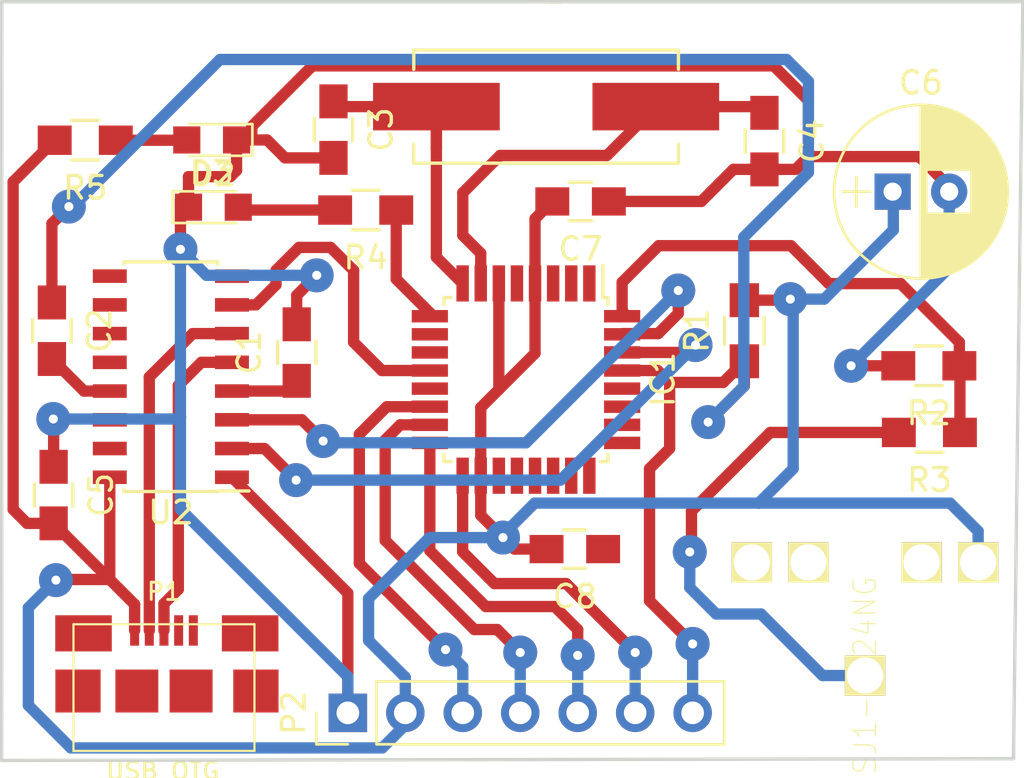
<source format=kicad_pcb>
(kicad_pcb (version 20171130) (host pcbnew "(5.1.12)-1")

  (general
    (thickness 1.6)
    (drawings 4)
    (tracks 252)
    (zones 0)
    (modules 21)
    (nets 46)
  )

  (page USLetter)
  (layers
    (0 F.Cu signal)
    (31 B.Cu signal)
    (32 B.Adhes user hide)
    (33 F.Adhes user hide)
    (34 B.Paste user hide)
    (35 F.Paste user hide)
    (36 B.SilkS user hide)
    (37 F.SilkS user hide)
    (38 B.Mask user hide)
    (39 F.Mask user hide)
    (40 Dwgs.User user hide)
    (41 Cmts.User user hide)
    (42 Eco1.User user hide)
    (43 Eco2.User user hide)
    (44 Edge.Cuts user)
    (45 Margin user hide)
    (46 B.CrtYd user hide)
    (47 F.CrtYd user hide)
    (48 B.Fab user hide)
    (49 F.Fab user hide)
  )

  (setup
    (last_trace_width 0.5)
    (trace_clearance 0.5)
    (zone_clearance 0.85)
    (zone_45_only no)
    (trace_min 0.2)
    (via_size 1.5)
    (via_drill 0.4)
    (via_min_size 0.4)
    (via_min_drill 0.3)
    (uvia_size 0.3)
    (uvia_drill 0.1)
    (uvias_allowed no)
    (uvia_min_size 0.2)
    (uvia_min_drill 0.1)
    (edge_width 0.15)
    (segment_width 0.2)
    (pcb_text_width 0.3)
    (pcb_text_size 1.5 1.5)
    (mod_edge_width 0.15)
    (mod_text_size 1 1)
    (mod_text_width 0.15)
    (pad_size 1.5 1.25)
    (pad_drill 0)
    (pad_to_mask_clearance 0.2)
    (aux_axis_origin 0 0)
    (visible_elements 7FFFFFFF)
    (pcbplotparams
      (layerselection 0x00080_7ffffffe)
      (usegerberextensions false)
      (usegerberattributes true)
      (usegerberadvancedattributes true)
      (creategerberjobfile true)
      (excludeedgelayer false)
      (linewidth 0.100000)
      (plotframeref false)
      (viasonmask true)
      (mode 1)
      (useauxorigin false)
      (hpglpennumber 1)
      (hpglpenspeed 20)
      (hpglpendiameter 15.000000)
      (psnegative false)
      (psa4output false)
      (plotreference true)
      (plotvalue true)
      (plotinvisibletext false)
      (padsonsilk false)
      (subtractmaskfromsilk false)
      (outputformat 4)
      (mirror true)
      (drillshape 0)
      (scaleselection 1)
      (outputdirectory ""))
  )

  (net 0 "")
  (net 1 "Net-(U1-Pad3)")
  (net 2 +5V)
  (net 3 "Net-(U1-Pad4)")
  (net 4 MM_TXD)
  (net 5 "Net-(P1-Pad2)")
  (net 6 "Net-(P1-Pad3)")
  (net 7 "Net-(P1-Pad4)")
  (net 8 GND)
  (net 9 "Net-(C2-Pad1)")
  (net 10 "Net-(U2-Pad15)")
  (net 11 "Net-(U2-Pad14)")
  (net 12 DTR)
  (net 13 "Net-(U2-Pad12)")
  (net 14 "Net-(U2-Pad11)")
  (net 15 "Net-(U2-Pad10)")
  (net 16 "Net-(U2-Pad9)")
  (net 17 "Net-(U2-Pad8)")
  (net 18 CLKOUT)
  (net 19 "Net-(C1-Pad1)")
  (net 20 TXD)
  (net 21 RXD)
  (net 22 "Net-(IC1-Pad28)")
  (net 23 "Net-(IC1-Pad27)")
  (net 24 "Net-(IC1-Pad26)")
  (net 25 "Net-(IC1-Pad25)")
  (net 26 "Net-(IC1-Pad24)")
  (net 27 "Net-(IC1-Pad23)")
  (net 28 "Net-(IC1-Pad22)")
  (net 29 "Net-(IC1-Pad20)")
  (net 30 "Net-(IC1-Pad19)")
  (net 31 "Net-(IC1-Pad17)")
  (net 32 "Net-(IC1-Pad16)")
  (net 33 "Net-(IC1-Pad15)")
  (net 34 "Net-(IC1-Pad14)")
  (net 35 "Net-(IC1-Pad13)")
  (net 36 "Net-(IC1-Pad11)")
  (net 37 "Net-(IC1-Pad10)")
  (net 38 "Net-(IC1-Pad9)")
  (net 39 "Net-(C3-Pad1)")
  (net 40 "Net-(C4-Pad1)")
  (net 41 "Net-(IC1-Pad2)")
  (net 42 "Net-(IC1-Pad1)")
  (net 43 "Net-(R3-Pad2)")
  (net 44 "Net-(D2-Pad2)")
  (net 45 "Net-(D3-Pad2)")

  (net_class Default "This is the default net class."
    (clearance 0.5)
    (trace_width 0.5)
    (via_dia 1.5)
    (via_drill 0.4)
    (uvia_dia 0.3)
    (uvia_drill 0.1)
    (add_net +5V)
    (add_net CLKOUT)
    (add_net DTR)
    (add_net GND)
    (add_net MM_TXD)
    (add_net "Net-(C1-Pad1)")
    (add_net "Net-(C2-Pad1)")
    (add_net "Net-(C3-Pad1)")
    (add_net "Net-(C4-Pad1)")
    (add_net "Net-(D2-Pad2)")
    (add_net "Net-(D3-Pad2)")
    (add_net "Net-(IC1-Pad1)")
    (add_net "Net-(IC1-Pad10)")
    (add_net "Net-(IC1-Pad11)")
    (add_net "Net-(IC1-Pad13)")
    (add_net "Net-(IC1-Pad14)")
    (add_net "Net-(IC1-Pad15)")
    (add_net "Net-(IC1-Pad16)")
    (add_net "Net-(IC1-Pad17)")
    (add_net "Net-(IC1-Pad19)")
    (add_net "Net-(IC1-Pad2)")
    (add_net "Net-(IC1-Pad20)")
    (add_net "Net-(IC1-Pad22)")
    (add_net "Net-(IC1-Pad23)")
    (add_net "Net-(IC1-Pad24)")
    (add_net "Net-(IC1-Pad25)")
    (add_net "Net-(IC1-Pad26)")
    (add_net "Net-(IC1-Pad27)")
    (add_net "Net-(IC1-Pad28)")
    (add_net "Net-(IC1-Pad9)")
    (add_net "Net-(P1-Pad2)")
    (add_net "Net-(P1-Pad3)")
    (add_net "Net-(P1-Pad4)")
    (add_net "Net-(R3-Pad2)")
    (add_net "Net-(U1-Pad3)")
    (add_net "Net-(U1-Pad4)")
    (add_net "Net-(U2-Pad10)")
    (add_net "Net-(U2-Pad11)")
    (add_net "Net-(U2-Pad12)")
    (add_net "Net-(U2-Pad14)")
    (add_net "Net-(U2-Pad15)")
    (add_net "Net-(U2-Pad8)")
    (add_net "Net-(U2-Pad9)")
    (add_net RXD)
    (add_net TXD)
  )

  (module Capacitors_THT:CP_Radial_D7.5mm_P2.50mm (layer F.Cu) (tedit 58765D06) (tstamp 5882C7E9)
    (at 160.299 90.1954)
    (descr "CP, Radial series, Radial, pin pitch=2.50mm, , diameter=7.5mm, Electrolytic Capacitor")
    (tags "CP Radial series Radial pin pitch 2.50mm  diameter 7.5mm Electrolytic Capacitor")
    (path /587F9337)
    (fp_text reference C6 (at 1.25 -4.81) (layer F.SilkS)
      (effects (font (size 1 1) (thickness 0.15)))
    )
    (fp_text value 47u (at 1.25 4.81) (layer F.Fab)
      (effects (font (size 1 1) (thickness 0.15)))
    )
    (fp_line (start 5.35 -4.1) (end -2.85 -4.1) (layer F.CrtYd) (width 0.05))
    (fp_line (start 5.35 4.1) (end 5.35 -4.1) (layer F.CrtYd) (width 0.05))
    (fp_line (start -2.85 4.1) (end 5.35 4.1) (layer F.CrtYd) (width 0.05))
    (fp_line (start -2.85 -4.1) (end -2.85 4.1) (layer F.CrtYd) (width 0.05))
    (fp_line (start -1.6 -0.65) (end -1.6 0.65) (layer F.SilkS) (width 0.12))
    (fp_line (start -2.2 0) (end -1 0) (layer F.SilkS) (width 0.12))
    (fp_line (start 5.051 -0.513) (end 5.051 0.513) (layer F.SilkS) (width 0.12))
    (fp_line (start 5.011 -0.74) (end 5.011 0.74) (layer F.SilkS) (width 0.12))
    (fp_line (start 4.971 -0.913) (end 4.971 0.913) (layer F.SilkS) (width 0.12))
    (fp_line (start 4.931 -1.057) (end 4.931 1.057) (layer F.SilkS) (width 0.12))
    (fp_line (start 4.891 -1.184) (end 4.891 1.184) (layer F.SilkS) (width 0.12))
    (fp_line (start 4.851 -1.297) (end 4.851 1.297) (layer F.SilkS) (width 0.12))
    (fp_line (start 4.811 -1.4) (end 4.811 1.4) (layer F.SilkS) (width 0.12))
    (fp_line (start 4.771 -1.495) (end 4.771 1.495) (layer F.SilkS) (width 0.12))
    (fp_line (start 4.731 -1.584) (end 4.731 1.584) (layer F.SilkS) (width 0.12))
    (fp_line (start 4.691 -1.667) (end 4.691 1.667) (layer F.SilkS) (width 0.12))
    (fp_line (start 4.651 -1.745) (end 4.651 1.745) (layer F.SilkS) (width 0.12))
    (fp_line (start 4.611 -1.82) (end 4.611 1.82) (layer F.SilkS) (width 0.12))
    (fp_line (start 4.571 -1.89) (end 4.571 1.89) (layer F.SilkS) (width 0.12))
    (fp_line (start 4.531 -1.957) (end 4.531 1.957) (layer F.SilkS) (width 0.12))
    (fp_line (start 4.491 -2.022) (end 4.491 2.022) (layer F.SilkS) (width 0.12))
    (fp_line (start 4.451 -2.083) (end 4.451 2.083) (layer F.SilkS) (width 0.12))
    (fp_line (start 4.411 -2.142) (end 4.411 2.142) (layer F.SilkS) (width 0.12))
    (fp_line (start 4.371 -2.199) (end 4.371 2.199) (layer F.SilkS) (width 0.12))
    (fp_line (start 4.331 -2.254) (end 4.331 2.254) (layer F.SilkS) (width 0.12))
    (fp_line (start 4.291 -2.307) (end 4.291 2.307) (layer F.SilkS) (width 0.12))
    (fp_line (start 4.251 -2.357) (end 4.251 2.357) (layer F.SilkS) (width 0.12))
    (fp_line (start 4.211 -2.407) (end 4.211 2.407) (layer F.SilkS) (width 0.12))
    (fp_line (start 4.171 -2.454) (end 4.171 2.454) (layer F.SilkS) (width 0.12))
    (fp_line (start 4.131 -2.5) (end 4.131 2.5) (layer F.SilkS) (width 0.12))
    (fp_line (start 4.091 -2.545) (end 4.091 2.545) (layer F.SilkS) (width 0.12))
    (fp_line (start 4.051 -2.588) (end 4.051 2.588) (layer F.SilkS) (width 0.12))
    (fp_line (start 4.011 -2.63) (end 4.011 2.63) (layer F.SilkS) (width 0.12))
    (fp_line (start 3.971 -2.671) (end 3.971 2.671) (layer F.SilkS) (width 0.12))
    (fp_line (start 3.931 -2.711) (end 3.931 2.711) (layer F.SilkS) (width 0.12))
    (fp_line (start 3.891 -2.749) (end 3.891 2.749) (layer F.SilkS) (width 0.12))
    (fp_line (start 3.851 -2.786) (end 3.851 2.786) (layer F.SilkS) (width 0.12))
    (fp_line (start 3.811 -2.823) (end 3.811 2.823) (layer F.SilkS) (width 0.12))
    (fp_line (start 3.771 -2.858) (end 3.771 2.858) (layer F.SilkS) (width 0.12))
    (fp_line (start 3.731 -2.892) (end 3.731 2.892) (layer F.SilkS) (width 0.12))
    (fp_line (start 3.691 -2.926) (end 3.691 2.926) (layer F.SilkS) (width 0.12))
    (fp_line (start 3.651 -2.958) (end 3.651 2.958) (layer F.SilkS) (width 0.12))
    (fp_line (start 3.611 -2.99) (end 3.611 2.99) (layer F.SilkS) (width 0.12))
    (fp_line (start 3.571 -3.02) (end 3.571 3.02) (layer F.SilkS) (width 0.12))
    (fp_line (start 3.531 -3.05) (end 3.531 3.05) (layer F.SilkS) (width 0.12))
    (fp_line (start 3.491 -3.079) (end 3.491 3.079) (layer F.SilkS) (width 0.12))
    (fp_line (start 3.451 0.98) (end 3.451 3.108) (layer F.SilkS) (width 0.12))
    (fp_line (start 3.451 -3.108) (end 3.451 -0.98) (layer F.SilkS) (width 0.12))
    (fp_line (start 3.411 0.98) (end 3.411 3.135) (layer F.SilkS) (width 0.12))
    (fp_line (start 3.411 -3.135) (end 3.411 -0.98) (layer F.SilkS) (width 0.12))
    (fp_line (start 3.371 0.98) (end 3.371 3.162) (layer F.SilkS) (width 0.12))
    (fp_line (start 3.371 -3.162) (end 3.371 -0.98) (layer F.SilkS) (width 0.12))
    (fp_line (start 3.331 0.98) (end 3.331 3.188) (layer F.SilkS) (width 0.12))
    (fp_line (start 3.331 -3.188) (end 3.331 -0.98) (layer F.SilkS) (width 0.12))
    (fp_line (start 3.291 0.98) (end 3.291 3.214) (layer F.SilkS) (width 0.12))
    (fp_line (start 3.291 -3.214) (end 3.291 -0.98) (layer F.SilkS) (width 0.12))
    (fp_line (start 3.251 0.98) (end 3.251 3.239) (layer F.SilkS) (width 0.12))
    (fp_line (start 3.251 -3.239) (end 3.251 -0.98) (layer F.SilkS) (width 0.12))
    (fp_line (start 3.211 0.98) (end 3.211 3.263) (layer F.SilkS) (width 0.12))
    (fp_line (start 3.211 -3.263) (end 3.211 -0.98) (layer F.SilkS) (width 0.12))
    (fp_line (start 3.171 0.98) (end 3.171 3.286) (layer F.SilkS) (width 0.12))
    (fp_line (start 3.171 -3.286) (end 3.171 -0.98) (layer F.SilkS) (width 0.12))
    (fp_line (start 3.131 0.98) (end 3.131 3.309) (layer F.SilkS) (width 0.12))
    (fp_line (start 3.131 -3.309) (end 3.131 -0.98) (layer F.SilkS) (width 0.12))
    (fp_line (start 3.091 0.98) (end 3.091 3.331) (layer F.SilkS) (width 0.12))
    (fp_line (start 3.091 -3.331) (end 3.091 -0.98) (layer F.SilkS) (width 0.12))
    (fp_line (start 3.051 0.98) (end 3.051 3.352) (layer F.SilkS) (width 0.12))
    (fp_line (start 3.051 -3.352) (end 3.051 -0.98) (layer F.SilkS) (width 0.12))
    (fp_line (start 3.011 0.98) (end 3.011 3.373) (layer F.SilkS) (width 0.12))
    (fp_line (start 3.011 -3.373) (end 3.011 -0.98) (layer F.SilkS) (width 0.12))
    (fp_line (start 2.971 0.98) (end 2.971 3.394) (layer F.SilkS) (width 0.12))
    (fp_line (start 2.971 -3.394) (end 2.971 -0.98) (layer F.SilkS) (width 0.12))
    (fp_line (start 2.931 0.98) (end 2.931 3.413) (layer F.SilkS) (width 0.12))
    (fp_line (start 2.931 -3.413) (end 2.931 -0.98) (layer F.SilkS) (width 0.12))
    (fp_line (start 2.891 0.98) (end 2.891 3.433) (layer F.SilkS) (width 0.12))
    (fp_line (start 2.891 -3.433) (end 2.891 -0.98) (layer F.SilkS) (width 0.12))
    (fp_line (start 2.851 0.98) (end 2.851 3.451) (layer F.SilkS) (width 0.12))
    (fp_line (start 2.851 -3.451) (end 2.851 -0.98) (layer F.SilkS) (width 0.12))
    (fp_line (start 2.811 0.98) (end 2.811 3.469) (layer F.SilkS) (width 0.12))
    (fp_line (start 2.811 -3.469) (end 2.811 -0.98) (layer F.SilkS) (width 0.12))
    (fp_line (start 2.771 0.98) (end 2.771 3.487) (layer F.SilkS) (width 0.12))
    (fp_line (start 2.771 -3.487) (end 2.771 -0.98) (layer F.SilkS) (width 0.12))
    (fp_line (start 2.731 0.98) (end 2.731 3.504) (layer F.SilkS) (width 0.12))
    (fp_line (start 2.731 -3.504) (end 2.731 -0.98) (layer F.SilkS) (width 0.12))
    (fp_line (start 2.691 0.98) (end 2.691 3.52) (layer F.SilkS) (width 0.12))
    (fp_line (start 2.691 -3.52) (end 2.691 -0.98) (layer F.SilkS) (width 0.12))
    (fp_line (start 2.651 0.98) (end 2.651 3.536) (layer F.SilkS) (width 0.12))
    (fp_line (start 2.651 -3.536) (end 2.651 -0.98) (layer F.SilkS) (width 0.12))
    (fp_line (start 2.611 0.98) (end 2.611 3.552) (layer F.SilkS) (width 0.12))
    (fp_line (start 2.611 -3.552) (end 2.611 -0.98) (layer F.SilkS) (width 0.12))
    (fp_line (start 2.571 0.98) (end 2.571 3.566) (layer F.SilkS) (width 0.12))
    (fp_line (start 2.571 -3.566) (end 2.571 -0.98) (layer F.SilkS) (width 0.12))
    (fp_line (start 2.531 0.98) (end 2.531 3.581) (layer F.SilkS) (width 0.12))
    (fp_line (start 2.531 -3.581) (end 2.531 -0.98) (layer F.SilkS) (width 0.12))
    (fp_line (start 2.491 0.98) (end 2.491 3.595) (layer F.SilkS) (width 0.12))
    (fp_line (start 2.491 -3.595) (end 2.491 -0.98) (layer F.SilkS) (width 0.12))
    (fp_line (start 2.451 0.98) (end 2.451 3.608) (layer F.SilkS) (width 0.12))
    (fp_line (start 2.451 -3.608) (end 2.451 -0.98) (layer F.SilkS) (width 0.12))
    (fp_line (start 2.411 0.98) (end 2.411 3.621) (layer F.SilkS) (width 0.12))
    (fp_line (start 2.411 -3.621) (end 2.411 -0.98) (layer F.SilkS) (width 0.12))
    (fp_line (start 2.371 0.98) (end 2.371 3.634) (layer F.SilkS) (width 0.12))
    (fp_line (start 2.371 -3.634) (end 2.371 -0.98) (layer F.SilkS) (width 0.12))
    (fp_line (start 2.331 0.98) (end 2.331 3.645) (layer F.SilkS) (width 0.12))
    (fp_line (start 2.331 -3.645) (end 2.331 -0.98) (layer F.SilkS) (width 0.12))
    (fp_line (start 2.291 0.98) (end 2.291 3.657) (layer F.SilkS) (width 0.12))
    (fp_line (start 2.291 -3.657) (end 2.291 -0.98) (layer F.SilkS) (width 0.12))
    (fp_line (start 2.251 0.98) (end 2.251 3.668) (layer F.SilkS) (width 0.12))
    (fp_line (start 2.251 -3.668) (end 2.251 -0.98) (layer F.SilkS) (width 0.12))
    (fp_line (start 2.211 0.98) (end 2.211 3.679) (layer F.SilkS) (width 0.12))
    (fp_line (start 2.211 -3.679) (end 2.211 -0.98) (layer F.SilkS) (width 0.12))
    (fp_line (start 2.171 0.98) (end 2.171 3.689) (layer F.SilkS) (width 0.12))
    (fp_line (start 2.171 -3.689) (end 2.171 -0.98) (layer F.SilkS) (width 0.12))
    (fp_line (start 2.131 0.98) (end 2.131 3.698) (layer F.SilkS) (width 0.12))
    (fp_line (start 2.131 -3.698) (end 2.131 -0.98) (layer F.SilkS) (width 0.12))
    (fp_line (start 2.091 0.98) (end 2.091 3.707) (layer F.SilkS) (width 0.12))
    (fp_line (start 2.091 -3.707) (end 2.091 -0.98) (layer F.SilkS) (width 0.12))
    (fp_line (start 2.051 0.98) (end 2.051 3.716) (layer F.SilkS) (width 0.12))
    (fp_line (start 2.051 -3.716) (end 2.051 -0.98) (layer F.SilkS) (width 0.12))
    (fp_line (start 2.011 0.98) (end 2.011 3.725) (layer F.SilkS) (width 0.12))
    (fp_line (start 2.011 -3.725) (end 2.011 -0.98) (layer F.SilkS) (width 0.12))
    (fp_line (start 1.971 0.98) (end 1.971 3.732) (layer F.SilkS) (width 0.12))
    (fp_line (start 1.971 -3.732) (end 1.971 -0.98) (layer F.SilkS) (width 0.12))
    (fp_line (start 1.93 0.98) (end 1.93 3.74) (layer F.SilkS) (width 0.12))
    (fp_line (start 1.93 -3.74) (end 1.93 -0.98) (layer F.SilkS) (width 0.12))
    (fp_line (start 1.89 0.98) (end 1.89 3.747) (layer F.SilkS) (width 0.12))
    (fp_line (start 1.89 -3.747) (end 1.89 -0.98) (layer F.SilkS) (width 0.12))
    (fp_line (start 1.85 0.98) (end 1.85 3.753) (layer F.SilkS) (width 0.12))
    (fp_line (start 1.85 -3.753) (end 1.85 -0.98) (layer F.SilkS) (width 0.12))
    (fp_line (start 1.81 0.98) (end 1.81 3.759) (layer F.SilkS) (width 0.12))
    (fp_line (start 1.81 -3.759) (end 1.81 -0.98) (layer F.SilkS) (width 0.12))
    (fp_line (start 1.77 0.98) (end 1.77 3.765) (layer F.SilkS) (width 0.12))
    (fp_line (start 1.77 -3.765) (end 1.77 -0.98) (layer F.SilkS) (width 0.12))
    (fp_line (start 1.73 0.98) (end 1.73 3.77) (layer F.SilkS) (width 0.12))
    (fp_line (start 1.73 -3.77) (end 1.73 -0.98) (layer F.SilkS) (width 0.12))
    (fp_line (start 1.69 0.98) (end 1.69 3.775) (layer F.SilkS) (width 0.12))
    (fp_line (start 1.69 -3.775) (end 1.69 -0.98) (layer F.SilkS) (width 0.12))
    (fp_line (start 1.65 0.98) (end 1.65 3.78) (layer F.SilkS) (width 0.12))
    (fp_line (start 1.65 -3.78) (end 1.65 -0.98) (layer F.SilkS) (width 0.12))
    (fp_line (start 1.61 0.98) (end 1.61 3.784) (layer F.SilkS) (width 0.12))
    (fp_line (start 1.61 -3.784) (end 1.61 -0.98) (layer F.SilkS) (width 0.12))
    (fp_line (start 1.57 0.98) (end 1.57 3.787) (layer F.SilkS) (width 0.12))
    (fp_line (start 1.57 -3.787) (end 1.57 -0.98) (layer F.SilkS) (width 0.12))
    (fp_line (start 1.53 0.98) (end 1.53 3.79) (layer F.SilkS) (width 0.12))
    (fp_line (start 1.53 -3.79) (end 1.53 -0.98) (layer F.SilkS) (width 0.12))
    (fp_line (start 1.49 -3.793) (end 1.49 3.793) (layer F.SilkS) (width 0.12))
    (fp_line (start 1.45 -3.795) (end 1.45 3.795) (layer F.SilkS) (width 0.12))
    (fp_line (start 1.41 -3.797) (end 1.41 3.797) (layer F.SilkS) (width 0.12))
    (fp_line (start 1.37 -3.799) (end 1.37 3.799) (layer F.SilkS) (width 0.12))
    (fp_line (start 1.33 -3.8) (end 1.33 3.8) (layer F.SilkS) (width 0.12))
    (fp_line (start 1.29 -3.8) (end 1.29 3.8) (layer F.SilkS) (width 0.12))
    (fp_line (start 1.25 -3.8) (end 1.25 3.8) (layer F.SilkS) (width 0.12))
    (fp_line (start -1.6 -0.65) (end -1.6 0.65) (layer F.Fab) (width 0.1))
    (fp_line (start -2.2 0) (end -1 0) (layer F.Fab) (width 0.1))
    (fp_circle (center 1.25 0) (end 5.09 0) (layer F.SilkS) (width 0.12))
    (fp_circle (center 1.25 0) (end 5 0) (layer F.Fab) (width 0.1))
    (pad 2 thru_hole circle (at 2.5 0) (size 1.6 1.6) (drill 0.8) (layers *.Cu *.Mask)
      (net 8 GND))
    (pad 1 thru_hole rect (at 0 0) (size 1.6 1.6) (drill 0.8) (layers *.Cu *.Mask)
      (net 2 +5V))
    (model Capacitors_ThroughHole.3dshapes/CP_Radial_D7.5mm_P2.50mm.wrl
      (at (xyz 0 0 0))
      (scale (xyz 0.393701 0.393701 0.393701))
      (rotate (xyz 0 0 0))
    )
  )

  (module bullion:MICRO-B_USB (layer F.Cu) (tedit 6530B13B) (tstamp 5882C54F)
    (at 128.092 113.716)
    (path /587AC840)
    (fp_text reference P1 (at 0 -5.842) (layer F.SilkS)
      (effects (font (size 0.762 0.762) (thickness 0.127)))
    )
    (fp_text value USB_OTG (at -0.05 2.09) (layer F.SilkS)
      (effects (font (size 0.762 0.762) (thickness 0.127)))
    )
    (fp_line (start -4.0005 1.00076) (end -4.0005 1.19888) (layer F.SilkS) (width 0.09906))
    (fp_line (start 4.0005 1.00076) (end 4.0005 1.19888) (layer F.SilkS) (width 0.09906))
    (fp_line (start -4.0005 -4.39928) (end 4.0005 -4.39928) (layer F.SilkS) (width 0.09906))
    (fp_line (start 4.0005 -4.39928) (end 4.0005 1.00076) (layer F.SilkS) (width 0.09906))
    (fp_line (start 4.0005 1.19888) (end -4.0005 1.19888) (layer F.SilkS) (width 0.09906))
    (fp_line (start -4.0005 1.00076) (end -4.0005 -4.39928) (layer F.SilkS) (width 0.09906))
    (pad "" smd rect (at -1.19888 -1.4478) (size 1.89738 1.89738) (layers F.Cu F.Paste F.Mask))
    (pad "" smd rect (at 1.19888 -1.4478) (size 1.89992 1.89738) (layers F.Cu F.Paste F.Mask))
    (pad "" smd rect (at 4.064 -1.4478) (size 2 1.89738) (layers F.Cu F.Paste F.Mask))
    (pad "" smd rect (at -3.556 -3.99796) (size 2.5 1.59766) (layers F.Cu F.Paste F.Mask))
    (pad 1 smd rect (at -1.29794 -4.12496) (size 0.39878 1.3462) (layers F.Cu F.Paste F.Mask)
      (net 2 +5V) (clearance 0.2032))
    (pad 2 smd rect (at -0.6477 -4.12496) (size 0.39878 1.3462) (layers F.Cu F.Paste F.Mask)
      (net 5 "Net-(P1-Pad2)") (clearance 0.2032))
    (pad 3 smd rect (at 0 -4.12496) (size 0.39878 1.3462) (layers F.Cu F.Paste F.Mask)
      (net 6 "Net-(P1-Pad3)") (clearance 0.2032))
    (pad 4 smd rect (at 0.6477 -4.12496) (size 0.39878 1.3462) (layers F.Cu F.Paste F.Mask)
      (net 7 "Net-(P1-Pad4)") (clearance 0.2032))
    (pad 5 smd rect (at 1.29794 -4.12496) (size 0.39878 1.3462) (layers F.Cu F.Paste F.Mask)
      (clearance 0.2032))
    (pad "" smd rect (at 3.81 -3.99796) (size 2.5 1.59766) (layers F.Cu F.Paste F.Mask))
    (pad "" smd rect (at -3.79984 -1.4478) (size 2 1.89738) (layers F.Cu F.Paste F.Mask))
  )

  (module LEDs:LED_0805 (layer F.Cu) (tedit 57FE93EC) (tstamp 5882B851)
    (at 130.2 87.9094 180)
    (descr "LED 0805 smd package")
    (tags "LED led 0805 SMD smd SMT smt smdled SMDLED smtled SMTLED")
    (path /5882B4A7)
    (attr smd)
    (fp_text reference D3 (at 0 -1.45 180) (layer F.SilkS)
      (effects (font (size 1 1) (thickness 0.15)))
    )
    (fp_text value RED (at 0 1.55 180) (layer F.Fab)
      (effects (font (size 1 1) (thickness 0.15)))
    )
    (fp_line (start -1.8 -0.7) (end -1.8 0.7) (layer F.SilkS) (width 0.12))
    (fp_line (start -0.4 -0.4) (end -0.4 0.4) (layer F.Fab) (width 0.1))
    (fp_line (start -0.4 0) (end 0.2 -0.4) (layer F.Fab) (width 0.1))
    (fp_line (start 0.2 0.4) (end -0.4 0) (layer F.Fab) (width 0.1))
    (fp_line (start 0.2 -0.4) (end 0.2 0.4) (layer F.Fab) (width 0.1))
    (fp_line (start 1 0.6) (end -1 0.6) (layer F.Fab) (width 0.1))
    (fp_line (start 1 -0.6) (end 1 0.6) (layer F.Fab) (width 0.1))
    (fp_line (start -1 -0.6) (end 1 -0.6) (layer F.Fab) (width 0.1))
    (fp_line (start -1 0.6) (end -1 -0.6) (layer F.Fab) (width 0.1))
    (fp_line (start -1.8 0.7) (end 1 0.7) (layer F.SilkS) (width 0.12))
    (fp_line (start -1.8 -0.7) (end 1 -0.7) (layer F.SilkS) (width 0.12))
    (fp_line (start 1.95 -0.85) (end 1.95 0.85) (layer F.CrtYd) (width 0.05))
    (fp_line (start 1.95 0.85) (end -1.95 0.85) (layer F.CrtYd) (width 0.05))
    (fp_line (start -1.95 0.85) (end -1.95 -0.85) (layer F.CrtYd) (width 0.05))
    (fp_line (start -1.95 -0.85) (end 1.95 -0.85) (layer F.CrtYd) (width 0.05))
    (pad 2 smd rect (at 1.1 0) (size 1.2 1.2) (layers F.Cu F.Paste F.Mask)
      (net 45 "Net-(D3-Pad2)"))
    (pad 1 smd rect (at -1.1 0) (size 1.2 1.2) (layers F.Cu F.Paste F.Mask)
      (net 8 GND))
    (model LEDs.3dshapes/LED_0805.wrl
      (at (xyz 0 0 0))
      (scale (xyz 1 1 1))
      (rotate (xyz 0 0 180))
    )
  )

  (module LEDs:LED_0805 (layer F.Cu) (tedit 57FE93EC) (tstamp 5882B841)
    (at 130.277 90.8812)
    (descr "LED 0805 smd package")
    (tags "LED led 0805 SMD smd SMT smt smdled SMDLED smtled SMTLED")
    (path /5882B976)
    (attr smd)
    (fp_text reference D2 (at 0 -1.45) (layer F.SilkS)
      (effects (font (size 1 1) (thickness 0.15)))
    )
    (fp_text value BLUE (at 0 1.55) (layer F.Fab)
      (effects (font (size 1 1) (thickness 0.15)))
    )
    (fp_line (start -1.95 -0.85) (end 1.95 -0.85) (layer F.CrtYd) (width 0.05))
    (fp_line (start -1.95 0.85) (end -1.95 -0.85) (layer F.CrtYd) (width 0.05))
    (fp_line (start 1.95 0.85) (end -1.95 0.85) (layer F.CrtYd) (width 0.05))
    (fp_line (start 1.95 -0.85) (end 1.95 0.85) (layer F.CrtYd) (width 0.05))
    (fp_line (start -1.8 -0.7) (end 1 -0.7) (layer F.SilkS) (width 0.12))
    (fp_line (start -1.8 0.7) (end 1 0.7) (layer F.SilkS) (width 0.12))
    (fp_line (start -1 0.6) (end -1 -0.6) (layer F.Fab) (width 0.1))
    (fp_line (start -1 -0.6) (end 1 -0.6) (layer F.Fab) (width 0.1))
    (fp_line (start 1 -0.6) (end 1 0.6) (layer F.Fab) (width 0.1))
    (fp_line (start 1 0.6) (end -1 0.6) (layer F.Fab) (width 0.1))
    (fp_line (start 0.2 -0.4) (end 0.2 0.4) (layer F.Fab) (width 0.1))
    (fp_line (start 0.2 0.4) (end -0.4 0) (layer F.Fab) (width 0.1))
    (fp_line (start -0.4 0) (end 0.2 -0.4) (layer F.Fab) (width 0.1))
    (fp_line (start -0.4 -0.4) (end -0.4 0.4) (layer F.Fab) (width 0.1))
    (fp_line (start -1.8 -0.7) (end -1.8 0.7) (layer F.SilkS) (width 0.12))
    (pad 1 smd rect (at -1.1 0 180) (size 1.2 1.2) (layers F.Cu F.Paste F.Mask)
      (net 8 GND))
    (pad 2 smd rect (at 1.1 0 180) (size 1.2 1.2) (layers F.Cu F.Paste F.Mask)
      (net 44 "Net-(D2-Pad2)"))
    (model LEDs.3dshapes/LED_0805.wrl
      (at (xyz 0 0 0))
      (scale (xyz 1 1 1))
      (rotate (xyz 0 0 180))
    )
  )

  (module Resistors_SMD:R_0805_HandSoldering (layer F.Cu) (tedit 58307B90) (tstamp 5882B801)
    (at 124.612 87.9221 180)
    (descr "Resistor SMD 0805, hand soldering")
    (tags "resistor 0805")
    (path /5882B43B)
    (attr smd)
    (fp_text reference R5 (at 0 -2.1 180) (layer F.SilkS)
      (effects (font (size 1 1) (thickness 0.15)))
    )
    (fp_text value 4.7k (at 0 2.1 180) (layer F.Fab)
      (effects (font (size 1 1) (thickness 0.15)))
    )
    (fp_line (start -1 0.625) (end -1 -0.625) (layer F.Fab) (width 0.1))
    (fp_line (start 1 0.625) (end -1 0.625) (layer F.Fab) (width 0.1))
    (fp_line (start 1 -0.625) (end 1 0.625) (layer F.Fab) (width 0.1))
    (fp_line (start -1 -0.625) (end 1 -0.625) (layer F.Fab) (width 0.1))
    (fp_line (start -2.4 -1) (end 2.4 -1) (layer F.CrtYd) (width 0.05))
    (fp_line (start -2.4 1) (end 2.4 1) (layer F.CrtYd) (width 0.05))
    (fp_line (start -2.4 -1) (end -2.4 1) (layer F.CrtYd) (width 0.05))
    (fp_line (start 2.4 -1) (end 2.4 1) (layer F.CrtYd) (width 0.05))
    (fp_line (start 0.6 0.875) (end -0.6 0.875) (layer F.SilkS) (width 0.15))
    (fp_line (start -0.6 -0.875) (end 0.6 -0.875) (layer F.SilkS) (width 0.15))
    (pad 1 smd rect (at -1.35 0 180) (size 1.5 1.3) (layers F.Cu F.Paste F.Mask)
      (net 45 "Net-(D3-Pad2)"))
    (pad 2 smd rect (at 1.35 0 180) (size 1.5 1.3) (layers F.Cu F.Paste F.Mask)
      (net 2 +5V))
    (model Resistors_SMD.3dshapes/R_0805_HandSoldering.wrl
      (at (xyz 0 0 0))
      (scale (xyz 1 1 1))
      (rotate (xyz 0 0 0))
    )
  )

  (module Resistors_SMD:R_0805_HandSoldering (layer F.Cu) (tedit 58307B90) (tstamp 5882B7F1)
    (at 137.008 91.0082 180)
    (descr "Resistor SMD 0805, hand soldering")
    (tags "resistor 0805")
    (path /5882B8F7)
    (attr smd)
    (fp_text reference R4 (at 0 -2.1 180) (layer F.SilkS)
      (effects (font (size 1 1) (thickness 0.15)))
    )
    (fp_text value 82 (at 0 2.1 180) (layer F.Fab)
      (effects (font (size 1 1) (thickness 0.15)))
    )
    (fp_line (start -0.6 -0.875) (end 0.6 -0.875) (layer F.SilkS) (width 0.15))
    (fp_line (start 0.6 0.875) (end -0.6 0.875) (layer F.SilkS) (width 0.15))
    (fp_line (start 2.4 -1) (end 2.4 1) (layer F.CrtYd) (width 0.05))
    (fp_line (start -2.4 -1) (end -2.4 1) (layer F.CrtYd) (width 0.05))
    (fp_line (start -2.4 1) (end 2.4 1) (layer F.CrtYd) (width 0.05))
    (fp_line (start -2.4 -1) (end 2.4 -1) (layer F.CrtYd) (width 0.05))
    (fp_line (start -1 -0.625) (end 1 -0.625) (layer F.Fab) (width 0.1))
    (fp_line (start 1 -0.625) (end 1 0.625) (layer F.Fab) (width 0.1))
    (fp_line (start 1 0.625) (end -1 0.625) (layer F.Fab) (width 0.1))
    (fp_line (start -1 0.625) (end -1 -0.625) (layer F.Fab) (width 0.1))
    (pad 2 smd rect (at 1.35 0 180) (size 1.5 1.3) (layers F.Cu F.Paste F.Mask)
      (net 44 "Net-(D2-Pad2)"))
    (pad 1 smd rect (at -1.35 0 180) (size 1.5 1.3) (layers F.Cu F.Paste F.Mask)
      (net 38 "Net-(IC1-Pad9)"))
    (model Resistors_SMD.3dshapes/R_0805_HandSoldering.wrl
      (at (xyz 0 0 0))
      (scale (xyz 1 1 1))
      (rotate (xyz 0 0 0))
    )
  )

  (module Resistors_SMD:R_0805_HandSoldering (layer F.Cu) (tedit 58307B90) (tstamp 5882B20B)
    (at 161.925 100.838 180)
    (descr "Resistor SMD 0805, hand soldering")
    (tags "resistor 0805")
    (path /5882B0C1)
    (attr smd)
    (fp_text reference R3 (at 0 -2.1 180) (layer F.SilkS)
      (effects (font (size 1 1) (thickness 0.15)))
    )
    (fp_text value 220 (at 0 2.1 180) (layer F.Fab)
      (effects (font (size 1 1) (thickness 0.15)))
    )
    (fp_line (start -0.6 -0.875) (end 0.6 -0.875) (layer F.SilkS) (width 0.15))
    (fp_line (start 0.6 0.875) (end -0.6 0.875) (layer F.SilkS) (width 0.15))
    (fp_line (start 2.4 -1) (end 2.4 1) (layer F.CrtYd) (width 0.05))
    (fp_line (start -2.4 -1) (end -2.4 1) (layer F.CrtYd) (width 0.05))
    (fp_line (start -2.4 1) (end 2.4 1) (layer F.CrtYd) (width 0.05))
    (fp_line (start -2.4 -1) (end 2.4 -1) (layer F.CrtYd) (width 0.05))
    (fp_line (start -1 -0.625) (end 1 -0.625) (layer F.Fab) (width 0.1))
    (fp_line (start 1 -0.625) (end 1 0.625) (layer F.Fab) (width 0.1))
    (fp_line (start 1 0.625) (end -1 0.625) (layer F.Fab) (width 0.1))
    (fp_line (start -1 0.625) (end -1 -0.625) (layer F.Fab) (width 0.1))
    (pad 2 smd rect (at 1.35 0 180) (size 1.5 1.3) (layers F.Cu F.Paste F.Mask)
      (net 43 "Net-(R3-Pad2)"))
    (pad 1 smd rect (at -1.35 0 180) (size 1.5 1.3) (layers F.Cu F.Paste F.Mask)
      (net 4 MM_TXD))
    (model Resistors_SMD.3dshapes/R_0805_HandSoldering.wrl
      (at (xyz 0 0 0))
      (scale (xyz 1 1 1))
      (rotate (xyz 0 0 0))
    )
  )

  (module Resistors_SMD:R_0805_HandSoldering (layer F.Cu) (tedit 58307B90) (tstamp 5882A191)
    (at 161.9 97.8916 180)
    (descr "Resistor SMD 0805, hand soldering")
    (tags "resistor 0805")
    (path /5882A265)
    (attr smd)
    (fp_text reference R2 (at 0 -2.1 180) (layer F.SilkS)
      (effects (font (size 1 1) (thickness 0.15)))
    )
    (fp_text value 2.2k (at 0 2.1 180) (layer F.Fab)
      (effects (font (size 1 1) (thickness 0.15)))
    )
    (fp_line (start -0.6 -0.875) (end 0.6 -0.875) (layer F.SilkS) (width 0.15))
    (fp_line (start 0.6 0.875) (end -0.6 0.875) (layer F.SilkS) (width 0.15))
    (fp_line (start 2.4 -1) (end 2.4 1) (layer F.CrtYd) (width 0.05))
    (fp_line (start -2.4 -1) (end -2.4 1) (layer F.CrtYd) (width 0.05))
    (fp_line (start -2.4 1) (end 2.4 1) (layer F.CrtYd) (width 0.05))
    (fp_line (start -2.4 -1) (end 2.4 -1) (layer F.CrtYd) (width 0.05))
    (fp_line (start -1 -0.625) (end 1 -0.625) (layer F.Fab) (width 0.1))
    (fp_line (start 1 -0.625) (end 1 0.625) (layer F.Fab) (width 0.1))
    (fp_line (start 1 0.625) (end -1 0.625) (layer F.Fab) (width 0.1))
    (fp_line (start -1 0.625) (end -1 -0.625) (layer F.Fab) (width 0.1))
    (pad 2 smd rect (at 1.35 0 180) (size 1.5 1.3) (layers F.Cu F.Paste F.Mask)
      (net 8 GND))
    (pad 1 smd rect (at -1.35 0 180) (size 1.5 1.3) (layers F.Cu F.Paste F.Mask)
      (net 4 MM_TXD))
    (model Resistors_SMD.3dshapes/R_0805_HandSoldering.wrl
      (at (xyz 0 0 0))
      (scale (xyz 1 1 1))
      (rotate (xyz 0 0 0))
    )
  )

  (module Pin_Headers:Pin_Header_Straight_1x07_Pitch2.54mm (layer F.Cu) (tedit 5862ED52) (tstamp 587B0054)
    (at 136.22 113.233 90)
    (descr "Through hole straight pin header, 1x07, 2.54mm pitch, single row")
    (tags "Through hole pin header THT 1x07 2.54mm single row")
    (path /587AFEEA)
    (fp_text reference P2 (at 0 -2.39 90) (layer F.SilkS)
      (effects (font (size 1 1) (thickness 0.15)))
    )
    (fp_text value CONN_01X07 (at 0 17.63 90) (layer F.Fab)
      (effects (font (size 1 1) (thickness 0.15)))
    )
    (fp_line (start 1.6 -1.6) (end -1.6 -1.6) (layer F.CrtYd) (width 0.05))
    (fp_line (start 1.6 16.8) (end 1.6 -1.6) (layer F.CrtYd) (width 0.05))
    (fp_line (start -1.6 16.8) (end 1.6 16.8) (layer F.CrtYd) (width 0.05))
    (fp_line (start -1.6 -1.6) (end -1.6 16.8) (layer F.CrtYd) (width 0.05))
    (fp_line (start -1.39 -1.39) (end 0 -1.39) (layer F.SilkS) (width 0.12))
    (fp_line (start -1.39 0) (end -1.39 -1.39) (layer F.SilkS) (width 0.12))
    (fp_line (start 1.39 1.27) (end -1.39 1.27) (layer F.SilkS) (width 0.12))
    (fp_line (start 1.39 16.63) (end 1.39 1.27) (layer F.SilkS) (width 0.12))
    (fp_line (start -1.39 16.63) (end 1.39 16.63) (layer F.SilkS) (width 0.12))
    (fp_line (start -1.39 1.27) (end -1.39 16.63) (layer F.SilkS) (width 0.12))
    (fp_line (start 1.27 -1.27) (end -1.27 -1.27) (layer F.Fab) (width 0.1))
    (fp_line (start 1.27 16.51) (end 1.27 -1.27) (layer F.Fab) (width 0.1))
    (fp_line (start -1.27 16.51) (end 1.27 16.51) (layer F.Fab) (width 0.1))
    (fp_line (start -1.27 -1.27) (end -1.27 16.51) (layer F.Fab) (width 0.1))
    (pad 7 thru_hole oval (at 0 15.24 90) (size 1.7 1.7) (drill 1) (layers *.Cu *.Mask)
      (net 9 "Net-(C2-Pad1)"))
    (pad 6 thru_hole oval (at 0 12.7 90) (size 1.7 1.7) (drill 1) (layers *.Cu *.Mask)
      (net 31 "Net-(IC1-Pad17)"))
    (pad 5 thru_hole oval (at 0 10.16 90) (size 1.7 1.7) (drill 1) (layers *.Cu *.Mask)
      (net 32 "Net-(IC1-Pad16)"))
    (pad 4 thru_hole oval (at 0 7.62 90) (size 1.7 1.7) (drill 1) (layers *.Cu *.Mask)
      (net 33 "Net-(IC1-Pad15)"))
    (pad 3 thru_hole oval (at 0 5.08 90) (size 1.7 1.7) (drill 1) (layers *.Cu *.Mask)
      (net 34 "Net-(IC1-Pad14)"))
    (pad 2 thru_hole oval (at 0 2.54 90) (size 1.7 1.7) (drill 1) (layers *.Cu *.Mask)
      (net 2 +5V))
    (pad 1 thru_hole rect (at 0 0 90) (size 1.7 1.7) (drill 1) (layers *.Cu *.Mask)
      (net 8 GND))
    (model Pin_Headers.3dshapes/Pin_Header_Straight_1x07_Pitch2.54mm.wrl
      (offset (xyz 0 -7.619999885559082 0))
      (scale (xyz 1 1 1))
      (rotate (xyz 0 0 90))
    )
  )

  (module Capacitors_SMD:C_0805_HandSoldering (layer F.Cu) (tedit 6530B1A5) (tstamp 587AE9B7)
    (at 146.253 105.994 180)
    (descr "Capacitor SMD 0805, hand soldering")
    (tags "capacitor 0805")
    (path /587AC63F)
    (attr smd)
    (fp_text reference C8 (at 0 -2.1 180) (layer F.SilkS)
      (effects (font (size 1 1) (thickness 0.15)))
    )
    (fp_text value 0.1u (at 0 2.1 180) (layer F.Fab)
      (effects (font (size 1 1) (thickness 0.15)))
    )
    (fp_line (start -1 0.625) (end -1 -0.625) (layer F.Fab) (width 0.15))
    (fp_line (start 1 0.625) (end -1 0.625) (layer F.Fab) (width 0.15))
    (fp_line (start 1 -0.625) (end 1 0.625) (layer F.Fab) (width 0.15))
    (fp_line (start -1 -0.625) (end 1 -0.625) (layer F.Fab) (width 0.15))
    (fp_line (start -2.3 -1) (end 2.3 -1) (layer F.CrtYd) (width 0.05))
    (fp_line (start -2.3 1) (end 2.3 1) (layer F.CrtYd) (width 0.05))
    (fp_line (start -2.3 -1) (end -2.3 1) (layer F.CrtYd) (width 0.05))
    (fp_line (start 2.3 -1) (end 2.3 1) (layer F.CrtYd) (width 0.05))
    (fp_line (start 0.5 -0.85) (end -0.5 -0.85) (layer F.SilkS) (width 0.15))
    (fp_line (start -0.5 0.85) (end 0.5 0.85) (layer F.SilkS) (width 0.15))
    (pad 1 smd rect (at -1.25 0 180) (size 1.5 1.25) (layers F.Cu F.Paste F.Mask))
    (pad 2 smd rect (at 1.25 0 180) (size 1.5 1.25) (layers F.Cu F.Paste F.Mask)
      (net 2 +5V))
    (model Capacitors_SMD.3dshapes/C_0805_HandSoldering.wrl
      (at (xyz 0 0 0))
      (scale (xyz 1 1 1))
      (rotate (xyz 0 0 0))
    )
  )

  (module Capacitors_SMD:C_0805_HandSoldering (layer F.Cu) (tedit 541A9B8D) (tstamp 587AE9A7)
    (at 146.507 90.6272 180)
    (descr "Capacitor SMD 0805, hand soldering")
    (tags "capacitor 0805")
    (path /587AC623)
    (attr smd)
    (fp_text reference C7 (at 0 -2.1 180) (layer F.SilkS)
      (effects (font (size 1 1) (thickness 0.15)))
    )
    (fp_text value 0.1u (at 0 2.1 180) (layer F.Fab)
      (effects (font (size 1 1) (thickness 0.15)))
    )
    (fp_line (start -0.5 0.85) (end 0.5 0.85) (layer F.SilkS) (width 0.15))
    (fp_line (start 0.5 -0.85) (end -0.5 -0.85) (layer F.SilkS) (width 0.15))
    (fp_line (start 2.3 -1) (end 2.3 1) (layer F.CrtYd) (width 0.05))
    (fp_line (start -2.3 -1) (end -2.3 1) (layer F.CrtYd) (width 0.05))
    (fp_line (start -2.3 1) (end 2.3 1) (layer F.CrtYd) (width 0.05))
    (fp_line (start -2.3 -1) (end 2.3 -1) (layer F.CrtYd) (width 0.05))
    (fp_line (start -1 -0.625) (end 1 -0.625) (layer F.Fab) (width 0.15))
    (fp_line (start 1 -0.625) (end 1 0.625) (layer F.Fab) (width 0.15))
    (fp_line (start 1 0.625) (end -1 0.625) (layer F.Fab) (width 0.15))
    (fp_line (start -1 0.625) (end -1 -0.625) (layer F.Fab) (width 0.15))
    (pad 2 smd rect (at 1.25 0 180) (size 1.5 1.25) (layers F.Cu F.Paste F.Mask)
      (net 2 +5V))
    (pad 1 smd rect (at -1.25 0 180) (size 1.5 1.25) (layers F.Cu F.Paste F.Mask)
      (net 8 GND))
    (model Capacitors_SMD.3dshapes/C_0805_HandSoldering.wrl
      (at (xyz 0 0 0))
      (scale (xyz 1 1 1))
      (rotate (xyz 0 0 0))
    )
  )

  (module Capacitors_SMD:C_0805_HandSoldering (layer F.Cu) (tedit 541A9B8D) (tstamp 587AE987)
    (at 123.215 103.607 270)
    (descr "Capacitor SMD 0805, hand soldering")
    (tags "capacitor 0805")
    (path /587AD097)
    (attr smd)
    (fp_text reference C5 (at 0 -2.1 270) (layer F.SilkS)
      (effects (font (size 1 1) (thickness 0.15)))
    )
    (fp_text value 0.1u (at 0 2.1 270) (layer F.Fab)
      (effects (font (size 1 1) (thickness 0.15)))
    )
    (fp_line (start -0.5 0.85) (end 0.5 0.85) (layer F.SilkS) (width 0.15))
    (fp_line (start 0.5 -0.85) (end -0.5 -0.85) (layer F.SilkS) (width 0.15))
    (fp_line (start 2.3 -1) (end 2.3 1) (layer F.CrtYd) (width 0.05))
    (fp_line (start -2.3 -1) (end -2.3 1) (layer F.CrtYd) (width 0.05))
    (fp_line (start -2.3 1) (end 2.3 1) (layer F.CrtYd) (width 0.05))
    (fp_line (start -2.3 -1) (end 2.3 -1) (layer F.CrtYd) (width 0.05))
    (fp_line (start -1 -0.625) (end 1 -0.625) (layer F.Fab) (width 0.15))
    (fp_line (start 1 -0.625) (end 1 0.625) (layer F.Fab) (width 0.15))
    (fp_line (start 1 0.625) (end -1 0.625) (layer F.Fab) (width 0.15))
    (fp_line (start -1 0.625) (end -1 -0.625) (layer F.Fab) (width 0.15))
    (pad 2 smd rect (at 1.25 0 270) (size 1.5 1.25) (layers F.Cu F.Paste F.Mask)
      (net 2 +5V))
    (pad 1 smd rect (at -1.25 0 270) (size 1.5 1.25) (layers F.Cu F.Paste F.Mask)
      (net 8 GND))
    (model Capacitors_SMD.3dshapes/C_0805_HandSoldering.wrl
      (at (xyz 0 0 0))
      (scale (xyz 1 1 1))
      (rotate (xyz 0 0 0))
    )
  )

  (module Capacitors_SMD:C_0805_HandSoldering (layer F.Cu) (tedit 541A9B8D) (tstamp 587AE977)
    (at 154.635 87.9602 270)
    (descr "Capacitor SMD 0805, hand soldering")
    (tags "capacitor 0805")
    (path /587ACAFF)
    (attr smd)
    (fp_text reference C4 (at 0 -2.1 270) (layer F.SilkS)
      (effects (font (size 1 1) (thickness 0.15)))
    )
    (fp_text value 22p (at 0 2.1 270) (layer F.Fab)
      (effects (font (size 1 1) (thickness 0.15)))
    )
    (fp_line (start -1 0.625) (end -1 -0.625) (layer F.Fab) (width 0.15))
    (fp_line (start 1 0.625) (end -1 0.625) (layer F.Fab) (width 0.15))
    (fp_line (start 1 -0.625) (end 1 0.625) (layer F.Fab) (width 0.15))
    (fp_line (start -1 -0.625) (end 1 -0.625) (layer F.Fab) (width 0.15))
    (fp_line (start -2.3 -1) (end 2.3 -1) (layer F.CrtYd) (width 0.05))
    (fp_line (start -2.3 1) (end 2.3 1) (layer F.CrtYd) (width 0.05))
    (fp_line (start -2.3 -1) (end -2.3 1) (layer F.CrtYd) (width 0.05))
    (fp_line (start 2.3 -1) (end 2.3 1) (layer F.CrtYd) (width 0.05))
    (fp_line (start 0.5 -0.85) (end -0.5 -0.85) (layer F.SilkS) (width 0.15))
    (fp_line (start -0.5 0.85) (end 0.5 0.85) (layer F.SilkS) (width 0.15))
    (pad 1 smd rect (at -1.25 0 270) (size 1.5 1.25) (layers F.Cu F.Paste F.Mask)
      (net 40 "Net-(C4-Pad1)"))
    (pad 2 smd rect (at 1.25 0 270) (size 1.5 1.25) (layers F.Cu F.Paste F.Mask)
      (net 8 GND))
    (model Capacitors_SMD.3dshapes/C_0805_HandSoldering.wrl
      (at (xyz 0 0 0))
      (scale (xyz 1 1 1))
      (rotate (xyz 0 0 0))
    )
  )

  (module Capacitors_SMD:C_0805_HandSoldering (layer F.Cu) (tedit 541A9B8D) (tstamp 587AE967)
    (at 135.585 87.4522 270)
    (descr "Capacitor SMD 0805, hand soldering")
    (tags "capacitor 0805")
    (path /587ACAAA)
    (attr smd)
    (fp_text reference C3 (at 0 -2.1 270) (layer F.SilkS)
      (effects (font (size 1 1) (thickness 0.15)))
    )
    (fp_text value 22p (at 0 2.1 270) (layer F.Fab)
      (effects (font (size 1 1) (thickness 0.15)))
    )
    (fp_line (start -0.5 0.85) (end 0.5 0.85) (layer F.SilkS) (width 0.15))
    (fp_line (start 0.5 -0.85) (end -0.5 -0.85) (layer F.SilkS) (width 0.15))
    (fp_line (start 2.3 -1) (end 2.3 1) (layer F.CrtYd) (width 0.05))
    (fp_line (start -2.3 -1) (end -2.3 1) (layer F.CrtYd) (width 0.05))
    (fp_line (start -2.3 1) (end 2.3 1) (layer F.CrtYd) (width 0.05))
    (fp_line (start -2.3 -1) (end 2.3 -1) (layer F.CrtYd) (width 0.05))
    (fp_line (start -1 -0.625) (end 1 -0.625) (layer F.Fab) (width 0.15))
    (fp_line (start 1 -0.625) (end 1 0.625) (layer F.Fab) (width 0.15))
    (fp_line (start 1 0.625) (end -1 0.625) (layer F.Fab) (width 0.15))
    (fp_line (start -1 0.625) (end -1 -0.625) (layer F.Fab) (width 0.15))
    (pad 2 smd rect (at 1.25 0 270) (size 1.5 1.25) (layers F.Cu F.Paste F.Mask)
      (net 8 GND))
    (pad 1 smd rect (at -1.25 0 270) (size 1.5 1.25) (layers F.Cu F.Paste F.Mask)
      (net 39 "Net-(C3-Pad1)"))
    (model Capacitors_SMD.3dshapes/C_0805_HandSoldering.wrl
      (at (xyz 0 0 0))
      (scale (xyz 1 1 1))
      (rotate (xyz 0 0 0))
    )
  )

  (module Capacitors_SMD:C_0805_HandSoldering (layer F.Cu) (tedit 541A9B8D) (tstamp 587AE957)
    (at 123.139 96.3422 270)
    (descr "Capacitor SMD 0805, hand soldering")
    (tags "capacitor 0805")
    (path /587ADD79)
    (attr smd)
    (fp_text reference C2 (at 0 -2.1 270) (layer F.SilkS)
      (effects (font (size 1 1) (thickness 0.15)))
    )
    (fp_text value 0.1u (at 0 2.1 270) (layer F.Fab)
      (effects (font (size 1 1) (thickness 0.15)))
    )
    (fp_line (start -1 0.625) (end -1 -0.625) (layer F.Fab) (width 0.15))
    (fp_line (start 1 0.625) (end -1 0.625) (layer F.Fab) (width 0.15))
    (fp_line (start 1 -0.625) (end 1 0.625) (layer F.Fab) (width 0.15))
    (fp_line (start -1 -0.625) (end 1 -0.625) (layer F.Fab) (width 0.15))
    (fp_line (start -2.3 -1) (end 2.3 -1) (layer F.CrtYd) (width 0.05))
    (fp_line (start -2.3 1) (end 2.3 1) (layer F.CrtYd) (width 0.05))
    (fp_line (start -2.3 -1) (end -2.3 1) (layer F.CrtYd) (width 0.05))
    (fp_line (start 2.3 -1) (end 2.3 1) (layer F.CrtYd) (width 0.05))
    (fp_line (start 0.5 -0.85) (end -0.5 -0.85) (layer F.SilkS) (width 0.15))
    (fp_line (start -0.5 0.85) (end 0.5 0.85) (layer F.SilkS) (width 0.15))
    (pad 1 smd rect (at -1.25 0 270) (size 1.5 1.25) (layers F.Cu F.Paste F.Mask)
      (net 9 "Net-(C2-Pad1)"))
    (pad 2 smd rect (at 1.25 0 270) (size 1.5 1.25) (layers F.Cu F.Paste F.Mask)
      (net 12 DTR))
    (model Capacitors_SMD.3dshapes/C_0805_HandSoldering.wrl
      (at (xyz 0 0 0))
      (scale (xyz 1 1 1))
      (rotate (xyz 0 0 0))
    )
  )

  (module Capacitors_SMD:C_0805_HandSoldering (layer F.Cu) (tedit 541A9B8D) (tstamp 587AE947)
    (at 133.96 97.3074 90)
    (descr "Capacitor SMD 0805, hand soldering")
    (tags "capacitor 0805")
    (path /587AD141)
    (attr smd)
    (fp_text reference C1 (at 0 -2.1 90) (layer F.SilkS)
      (effects (font (size 1 1) (thickness 0.15)))
    )
    (fp_text value 0.1u (at 0 2.1 90) (layer F.Fab)
      (effects (font (size 1 1) (thickness 0.15)))
    )
    (fp_line (start -0.5 0.85) (end 0.5 0.85) (layer F.SilkS) (width 0.15))
    (fp_line (start 0.5 -0.85) (end -0.5 -0.85) (layer F.SilkS) (width 0.15))
    (fp_line (start 2.3 -1) (end 2.3 1) (layer F.CrtYd) (width 0.05))
    (fp_line (start -2.3 -1) (end -2.3 1) (layer F.CrtYd) (width 0.05))
    (fp_line (start -2.3 1) (end 2.3 1) (layer F.CrtYd) (width 0.05))
    (fp_line (start -2.3 -1) (end 2.3 -1) (layer F.CrtYd) (width 0.05))
    (fp_line (start -1 -0.625) (end 1 -0.625) (layer F.Fab) (width 0.15))
    (fp_line (start 1 -0.625) (end 1 0.625) (layer F.Fab) (width 0.15))
    (fp_line (start 1 0.625) (end -1 0.625) (layer F.Fab) (width 0.15))
    (fp_line (start -1 0.625) (end -1 -0.625) (layer F.Fab) (width 0.15))
    (pad 2 smd rect (at 1.25 0 90) (size 1.5 1.25) (layers F.Cu F.Paste F.Mask)
      (net 8 GND))
    (pad 1 smd rect (at -1.25 0 90) (size 1.5 1.25) (layers F.Cu F.Paste F.Mask)
      (net 19 "Net-(C1-Pad1)"))
    (model Capacitors_SMD.3dshapes/C_0805_HandSoldering.wrl
      (at (xyz 0 0 0))
      (scale (xyz 1 1 1))
      (rotate (xyz 0 0 0))
    )
  )

  (module Crystals:Crystal_HC49-SD_SMD (layer F.Cu) (tedit 0) (tstamp 587AE937)
    (at 144.983 86.4362)
    (descr "Crystal Quarz HC49-SD SMD")
    (tags "Crystal Quarz HC49-SD SMD")
    (path /587ACA44)
    (attr smd)
    (fp_text reference Y1 (at 0 -5.08) (layer F.SilkS)
      (effects (font (size 1 1) (thickness 0.15)))
    )
    (fp_text value Crystal (at 2.54 5.08) (layer F.Fab)
      (effects (font (size 1 1) (thickness 0.15)))
    )
    (fp_line (start -5.84962 -2.49936) (end -5.84962 -1.651) (layer F.SilkS) (width 0.15))
    (fp_line (start -5.84962 2.49936) (end -5.84962 1.651) (layer F.SilkS) (width 0.15))
    (fp_line (start 5.84962 -2.49936) (end 5.84962 -1.651) (layer F.SilkS) (width 0.15))
    (fp_line (start 5.84962 2.49936) (end 5.84962 1.651) (layer F.SilkS) (width 0.15))
    (fp_line (start 5.84962 -2.49936) (end -5.84962 -2.49936) (layer F.SilkS) (width 0.15))
    (fp_line (start -5.84962 2.49936) (end 5.84962 2.49936) (layer F.SilkS) (width 0.15))
    (fp_circle (center 0 0) (end 0.14986 0.0508) (layer F.Adhes) (width 0.381))
    (fp_circle (center 0 0) (end 0.50038 0) (layer F.Adhes) (width 0.381))
    (fp_circle (center 0 0) (end 0.8509 0) (layer F.Adhes) (width 0.381))
    (pad 2 smd rect (at 4.84886 0) (size 5.6007 2.10058) (layers F.Cu F.Paste F.Mask)
      (net 40 "Net-(C4-Pad1)"))
    (pad 1 smd rect (at -4.84886 0) (size 5.6007 2.10058) (layers F.Cu F.Paste F.Mask)
      (net 39 "Net-(C3-Pad1)"))
  )

  (module Housings_QFP:TQFP-32_7x7mm_Pitch0.8mm (layer F.Cu) (tedit 6530B18F) (tstamp 587AE8EB)
    (at 144.094 98.5012 270)
    (descr "32-Lead Plastic Thin Quad Flatpack (PT) - 7x7x1.0 mm Body, 2.00 mm [TQFP] (see Microchip Packaging Specification 00000049BS.pdf)")
    (tags "QFP 0.8")
    (path /587AC4E0)
    (attr smd)
    (fp_text reference IC1 (at 0 -6.05 270) (layer F.SilkS)
      (effects (font (size 1 1) (thickness 0.15)))
    )
    (fp_text value ATMEGA328P-A (at 0 6.05 270) (layer F.Fab)
      (effects (font (size 1 1) (thickness 0.15)))
    )
    (fp_line (start -3.625 -3.4) (end -5.05 -3.4) (layer F.SilkS) (width 0.15))
    (fp_line (start 3.625 -3.625) (end 3.3 -3.625) (layer F.SilkS) (width 0.15))
    (fp_line (start 3.625 3.625) (end 3.3 3.625) (layer F.SilkS) (width 0.15))
    (fp_line (start -3.625 3.625) (end -3.3 3.625) (layer F.SilkS) (width 0.15))
    (fp_line (start -3.625 -3.625) (end -3.3 -3.625) (layer F.SilkS) (width 0.15))
    (fp_line (start -3.625 3.625) (end -3.625 3.3) (layer F.SilkS) (width 0.15))
    (fp_line (start 3.625 3.625) (end 3.625 3.3) (layer F.SilkS) (width 0.15))
    (fp_line (start 3.625 -3.625) (end 3.625 -3.3) (layer F.SilkS) (width 0.15))
    (fp_line (start -3.625 -3.625) (end -3.625 -3.4) (layer F.SilkS) (width 0.15))
    (fp_line (start -5.3 5.3) (end 5.3 5.3) (layer F.CrtYd) (width 0.05))
    (fp_line (start -5.3 -5.3) (end 5.3 -5.3) (layer F.CrtYd) (width 0.05))
    (fp_line (start 5.3 -5.3) (end 5.3 5.3) (layer F.CrtYd) (width 0.05))
    (fp_line (start -5.3 -5.3) (end -5.3 5.3) (layer F.CrtYd) (width 0.05))
    (fp_line (start -3.5 -2.5) (end -2.5 -3.5) (layer F.Fab) (width 0.15))
    (fp_line (start -3.5 3.5) (end -3.5 -2.5) (layer F.Fab) (width 0.15))
    (fp_line (start 3.5 3.5) (end -3.5 3.5) (layer F.Fab) (width 0.15))
    (fp_line (start 3.5 -3.5) (end 3.5 3.5) (layer F.Fab) (width 0.15))
    (fp_line (start -2.5 -3.5) (end 3.5 -3.5) (layer F.Fab) (width 0.15))
    (fp_text user %R (at 0 0 270) (layer F.Fab)
      (effects (font (size 1 1) (thickness 0.15)))
    )
    (pad 32 smd rect (at -2.8 -4.25) (size 1.6 0.55) (layers F.Cu F.Paste F.Mask)
      (net 4 MM_TXD))
    (pad 31 smd rect (at -2 -4.25) (size 1.6 0.55) (layers F.Cu F.Paste F.Mask)
      (net 20 TXD))
    (pad 30 smd rect (at -1.2 -4.25) (size 1.6 0.55) (layers F.Cu F.Paste F.Mask)
      (net 21 RXD))
    (pad 29 smd rect (at -0.4 -4.25) (size 1.6 0.55) (layers F.Cu F.Paste F.Mask)
      (net 9 "Net-(C2-Pad1)"))
    (pad 28 smd rect (at 0.4 -4.25) (size 1.6 0.55) (layers F.Cu F.Paste F.Mask)
      (net 22 "Net-(IC1-Pad28)"))
    (pad 27 smd rect (at 1.2 -4.25) (size 1.6 0.55) (layers F.Cu F.Paste F.Mask)
      (net 23 "Net-(IC1-Pad27)"))
    (pad 26 smd rect (at 2 -4.25) (size 1.6 0.55) (layers F.Cu F.Paste F.Mask)
      (net 24 "Net-(IC1-Pad26)"))
    (pad 25 smd rect (at 2.8 -4.25) (size 1.6 0.55) (layers F.Cu F.Paste F.Mask)
      (net 25 "Net-(IC1-Pad25)"))
    (pad 24 smd rect (at 4.25 -2.8 270) (size 1.6 0.55) (layers F.Cu F.Paste F.Mask)
      (net 26 "Net-(IC1-Pad24)"))
    (pad 23 smd rect (at 4.25 -2 270) (size 1.6 0.55) (layers F.Cu F.Paste F.Mask)
      (net 27 "Net-(IC1-Pad23)"))
    (pad 22 smd rect (at 4.25 -1.2 270) (size 1.6 0.55) (layers F.Cu F.Paste F.Mask)
      (net 28 "Net-(IC1-Pad22)"))
    (pad 21 smd rect (at 4.25 -0.4 270) (size 1.6 0.55) (layers F.Cu F.Paste F.Mask))
    (pad 20 smd rect (at 4.25 0.4 270) (size 1.6 0.55) (layers F.Cu F.Paste F.Mask)
      (net 29 "Net-(IC1-Pad20)"))
    (pad 19 smd rect (at 4.25 1.2 270) (size 1.6 0.55) (layers F.Cu F.Paste F.Mask)
      (net 30 "Net-(IC1-Pad19)"))
    (pad 18 smd rect (at 4.25 2 270) (size 1.6 0.55) (layers F.Cu F.Paste F.Mask)
      (net 2 +5V))
    (pad 17 smd rect (at 4.25 2.8 270) (size 1.6 0.55) (layers F.Cu F.Paste F.Mask)
      (net 31 "Net-(IC1-Pad17)"))
    (pad 16 smd rect (at 2.8 4.25) (size 1.6 0.55) (layers F.Cu F.Paste F.Mask)
      (net 32 "Net-(IC1-Pad16)"))
    (pad 15 smd rect (at 2 4.25) (size 1.6 0.55) (layers F.Cu F.Paste F.Mask)
      (net 33 "Net-(IC1-Pad15)"))
    (pad 14 smd rect (at 1.2 4.25) (size 1.6 0.55) (layers F.Cu F.Paste F.Mask)
      (net 34 "Net-(IC1-Pad14)"))
    (pad 13 smd rect (at 0.4 4.25) (size 1.6 0.55) (layers F.Cu F.Paste F.Mask)
      (net 35 "Net-(IC1-Pad13)"))
    (pad 12 smd rect (at -0.4 4.25) (size 1.6 0.55) (layers F.Cu F.Paste F.Mask)
      (net 18 CLKOUT))
    (pad 11 smd rect (at -1.2 4.25) (size 1.6 0.55) (layers F.Cu F.Paste F.Mask)
      (net 36 "Net-(IC1-Pad11)"))
    (pad 10 smd rect (at -2 4.25) (size 1.6 0.55) (layers F.Cu F.Paste F.Mask)
      (net 37 "Net-(IC1-Pad10)"))
    (pad 9 smd rect (at -2.8 4.25) (size 1.6 0.55) (layers F.Cu F.Paste F.Mask)
      (net 38 "Net-(IC1-Pad9)"))
    (pad 8 smd rect (at -4.25 2.8 270) (size 1.6 0.55) (layers F.Cu F.Paste F.Mask)
      (net 39 "Net-(C3-Pad1)"))
    (pad 7 smd rect (at -4.25 2 270) (size 1.6 0.55) (layers F.Cu F.Paste F.Mask)
      (net 40 "Net-(C4-Pad1)"))
    (pad 6 smd rect (at -4.25 1.2 270) (size 1.6 0.55) (layers F.Cu F.Paste F.Mask)
      (net 2 +5V))
    (pad 5 smd rect (at -4.25 0.4 270) (size 1.6 0.55) (layers F.Cu F.Paste F.Mask))
    (pad 4 smd rect (at -4.25 -0.4 270) (size 1.6 0.55) (layers F.Cu F.Paste F.Mask)
      (net 2 +5V))
    (pad 3 smd rect (at -4.25 -1.2 270) (size 1.6 0.55) (layers F.Cu F.Paste F.Mask))
    (pad 2 smd rect (at -4.25 -2 270) (size 1.6 0.55) (layers F.Cu F.Paste F.Mask)
      (net 41 "Net-(IC1-Pad2)"))
    (pad 1 smd rect (at -4.25 -2.8 270) (size 1.6 0.55) (layers F.Cu F.Paste F.Mask)
      (net 42 "Net-(IC1-Pad1)"))
    (model Housings_QFP.3dshapes/TQFP-32_7x7mm_Pitch0.8mm.wrl
      (at (xyz 0 0 0))
      (scale (xyz 1 1 1))
      (rotate (xyz 0 0 0))
    )
  )

  (module Housings_SOIC:SOIC-16_3.9x9.9mm_Pitch1.27mm (layer F.Cu) (tedit 574D979F) (tstamp 587AE8A1)
    (at 128.397 98.3742 180)
    (descr "16-Lead Plastic Small Outline (SL) - Narrow, 3.90 mm Body [SOIC] (see Microchip Packaging Specification 00000049BS.pdf)")
    (tags "SOIC 1.27")
    (path /587AC8E1)
    (attr smd)
    (fp_text reference U2 (at 0 -6 180) (layer F.SilkS)
      (effects (font (size 1 1) (thickness 0.15)))
    )
    (fp_text value CH340G (at 0 6 180) (layer F.Fab)
      (effects (font (size 1 1) (thickness 0.15)))
    )
    (fp_line (start -2.075 -5.05) (end -3.45 -5.05) (layer F.SilkS) (width 0.15))
    (fp_line (start -2.075 5.075) (end 2.075 5.075) (layer F.SilkS) (width 0.15))
    (fp_line (start -2.075 -5.075) (end 2.075 -5.075) (layer F.SilkS) (width 0.15))
    (fp_line (start -2.075 5.075) (end -2.075 4.97) (layer F.SilkS) (width 0.15))
    (fp_line (start 2.075 5.075) (end 2.075 4.97) (layer F.SilkS) (width 0.15))
    (fp_line (start 2.075 -5.075) (end 2.075 -4.97) (layer F.SilkS) (width 0.15))
    (fp_line (start -2.075 -5.075) (end -2.075 -5.05) (layer F.SilkS) (width 0.15))
    (fp_line (start -3.7 5.25) (end 3.7 5.25) (layer F.CrtYd) (width 0.05))
    (fp_line (start -3.7 -5.25) (end 3.7 -5.25) (layer F.CrtYd) (width 0.05))
    (fp_line (start 3.7 -5.25) (end 3.7 5.25) (layer F.CrtYd) (width 0.05))
    (fp_line (start -3.7 -5.25) (end -3.7 5.25) (layer F.CrtYd) (width 0.05))
    (fp_line (start -1.95 -3.95) (end -0.95 -4.95) (layer F.Fab) (width 0.15))
    (fp_line (start -1.95 4.95) (end -1.95 -3.95) (layer F.Fab) (width 0.15))
    (fp_line (start 1.95 4.95) (end -1.95 4.95) (layer F.Fab) (width 0.15))
    (fp_line (start 1.95 -4.95) (end 1.95 4.95) (layer F.Fab) (width 0.15))
    (fp_line (start -0.95 -4.95) (end 1.95 -4.95) (layer F.Fab) (width 0.15))
    (pad 16 smd rect (at 2.7 -4.445 180) (size 1.5 0.6) (layers F.Cu F.Paste F.Mask)
      (net 2 +5V))
    (pad 15 smd rect (at 2.7 -3.175 180) (size 1.5 0.6) (layers F.Cu F.Paste F.Mask)
      (net 10 "Net-(U2-Pad15)"))
    (pad 14 smd rect (at 2.7 -1.905 180) (size 1.5 0.6) (layers F.Cu F.Paste F.Mask)
      (net 11 "Net-(U2-Pad14)"))
    (pad 13 smd rect (at 2.7 -0.635 180) (size 1.5 0.6) (layers F.Cu F.Paste F.Mask)
      (net 12 DTR))
    (pad 12 smd rect (at 2.7 0.635 180) (size 1.5 0.6) (layers F.Cu F.Paste F.Mask)
      (net 13 "Net-(U2-Pad12)"))
    (pad 11 smd rect (at 2.7 1.905 180) (size 1.5 0.6) (layers F.Cu F.Paste F.Mask)
      (net 14 "Net-(U2-Pad11)"))
    (pad 10 smd rect (at 2.7 3.175 180) (size 1.5 0.6) (layers F.Cu F.Paste F.Mask)
      (net 15 "Net-(U2-Pad10)"))
    (pad 9 smd rect (at 2.7 4.445 180) (size 1.5 0.6) (layers F.Cu F.Paste F.Mask)
      (net 16 "Net-(U2-Pad9)"))
    (pad 8 smd rect (at -2.7 4.445 180) (size 1.5 0.6) (layers F.Cu F.Paste F.Mask)
      (net 17 "Net-(U2-Pad8)"))
    (pad 7 smd rect (at -2.7 3.175 180) (size 1.5 0.6) (layers F.Cu F.Paste F.Mask)
      (net 18 CLKOUT))
    (pad 6 smd rect (at -2.7 1.905 180) (size 1.5 0.6) (layers F.Cu F.Paste F.Mask)
      (net 5 "Net-(P1-Pad2)"))
    (pad 5 smd rect (at -2.7 0.635 180) (size 1.5 0.6) (layers F.Cu F.Paste F.Mask)
      (net 6 "Net-(P1-Pad3)"))
    (pad 4 smd rect (at -2.7 -0.635 180) (size 1.5 0.6) (layers F.Cu F.Paste F.Mask)
      (net 19 "Net-(C1-Pad1)"))
    (pad 3 smd rect (at -2.7 -1.905 180) (size 1.5 0.6) (layers F.Cu F.Paste F.Mask)
      (net 20 TXD))
    (pad 2 smd rect (at -2.7 -3.175 180) (size 1.5 0.6) (layers F.Cu F.Paste F.Mask)
      (net 21 RXD))
    (pad 1 smd rect (at -2.7 -4.445 180) (size 1.5 0.6) (layers F.Cu F.Paste F.Mask)
      (net 8 GND))
    (model Housings_SOIC.3dshapes/SOIC-16_3.9x9.9mm_Pitch1.27mm.wrl
      (at (xyz 0 0 0))
      (scale (xyz 1 1 1))
      (rotate (xyz 0 0 0))
    )
  )

  (module Resistors_SMD:R_0805_HandSoldering (layer F.Cu) (tedit 58307B90) (tstamp 587AE883)
    (at 153.746 96.3422 90)
    (descr "Resistor SMD 0805, hand soldering")
    (tags "resistor 0805")
    (path /587ADB0C)
    (attr smd)
    (fp_text reference R1 (at 0 -2.1 90) (layer F.SilkS)
      (effects (font (size 1 1) (thickness 0.15)))
    )
    (fp_text value 10k (at 0 2.1 90) (layer F.Fab)
      (effects (font (size 1 1) (thickness 0.15)))
    )
    (fp_line (start -0.6 -0.875) (end 0.6 -0.875) (layer F.SilkS) (width 0.15))
    (fp_line (start 0.6 0.875) (end -0.6 0.875) (layer F.SilkS) (width 0.15))
    (fp_line (start 2.4 -1) (end 2.4 1) (layer F.CrtYd) (width 0.05))
    (fp_line (start -2.4 -1) (end -2.4 1) (layer F.CrtYd) (width 0.05))
    (fp_line (start -2.4 1) (end 2.4 1) (layer F.CrtYd) (width 0.05))
    (fp_line (start -2.4 -1) (end 2.4 -1) (layer F.CrtYd) (width 0.05))
    (fp_line (start -1 -0.625) (end 1 -0.625) (layer F.Fab) (width 0.1))
    (fp_line (start 1 -0.625) (end 1 0.625) (layer F.Fab) (width 0.1))
    (fp_line (start 1 0.625) (end -1 0.625) (layer F.Fab) (width 0.1))
    (fp_line (start -1 0.625) (end -1 -0.625) (layer F.Fab) (width 0.1))
    (pad 2 smd rect (at 1.35 0 90) (size 1.5 1.3) (layers F.Cu F.Paste F.Mask)
      (net 2 +5V))
    (pad 1 smd rect (at -1.35 0 90) (size 1.5 1.3) (layers F.Cu F.Paste F.Mask)
      (net 9 "Net-(C2-Pad1)"))
    (model Resistors_SMD.3dshapes/R_0805_HandSoldering.wrl
      (at (xyz 0 0 0))
      (scale (xyz 1 1 1))
      (rotate (xyz 0 0 0))
    )
  )

  (module SJ1-3524NG:PIN-4 (layer F.Cu) (tedit 0) (tstamp 587AE792)
    (at 159.08 111.582 90)
    (descr "3.5 mm Right-Angle Stereo Jack, 4 Pin PCB Mount, Isolated Ground")
    (path /587AC1D8)
    (solder_mask_margin 0.1)
    (fp_text reference U1 (at 0 0 90) (layer F.SilkS)
      (effects (font (size 1 0.9) (thickness 0.05)))
    )
    (fp_text value SJ1-3524NG (at 0 0 90) (layer F.SilkS)
      (effects (font (size 1 0.9) (thickness 0.05)))
    )
    (fp_line (start -3.3 5.5) (end 8.7 5.5) (layer Dwgs.User) (width 0.1))
    (fp_line (start 8.7 5.5) (end 8.7 -5.5) (layer Dwgs.User) (width 0.1))
    (fp_line (start 8.7 -5.5) (end -3.3 -5.5) (layer Dwgs.User) (width 0.1))
    (fp_line (start -3.3 -5.5) (end -3.3 -4.5) (layer Dwgs.User) (width 0.1))
    (fp_line (start -3.3 -2) (end -3.3 2) (layer Dwgs.User) (width 0.1))
    (fp_line (start -3.3 4.5) (end -3.3 5.5) (layer Dwgs.User) (width 0.1))
    (fp_line (start -4.5 -4.5) (end -3.3 -4.5) (layer Dwgs.User) (width 0.1))
    (fp_line (start -4.5 4.5) (end -3.3 4.5) (layer Dwgs.User) (width 0.1))
    (fp_line (start -4.5 -2) (end -3.3 -2) (layer Dwgs.User) (width 0.1))
    (fp_line (start -4.5 2) (end -3.3 2) (layer Dwgs.User) (width 0.1))
    (fp_line (start -4.5 -4.5) (end -4.5 -2) (layer Dwgs.User) (width 0.1))
    (fp_line (start -4.5 2) (end -4.5 4.5) (layer Dwgs.User) (width 0.1))
    (pad Hole np_thru_hole circle (at 0 -5 90) (size 1.2 1.2) (drill 1.2) (layers *.Cu *.Mask))
    (pad Hole np_thru_hole circle (at -2.5 -5 90) (size 1.2 1.2) (drill 1.2) (layers *.Cu *.Mask))
    (pad 3 thru_hole rect (at 5 -5 90) (size 1.778 1.778) (drill 1.6) (layers *.Cu *.Mask F.SilkS)
      (net 1 "Net-(U1-Pad3)") (solder_mask_margin 0.2))
    (pad 2 thru_hole rect (at 5 5 90) (size 1.778 1.778) (drill 1.6) (layers *.Cu *.Mask F.SilkS)
      (net 2 +5V) (solder_mask_margin 0.2))
    (pad 5 thru_hole rect (at 5 -2.5 90) (size 1.778 1.778) (drill 1.6) (layers *.Cu *.Mask F.SilkS)
      (solder_mask_margin 0.2))
    (pad 4 thru_hole rect (at 5 2.5 90) (size 1.778 1.778) (drill 1.6) (layers *.Cu *.Mask F.SilkS)
      (net 3 "Net-(U1-Pad4)") (solder_mask_margin 0.2))
    (pad Hole np_thru_hole circle (at 5 0 90) (size 1.2 1.2) (drill 1.2) (layers *.Cu *.Mask))
    (pad 1 thru_hole rect (at 0 0 90) (size 1.778 1.778) (drill 1.6) (layers *.Cu *.Mask F.SilkS)
      (net 43 "Net-(R3-Pad2)") (solder_mask_margin 0.2))
    (pad Hole np_thru_hole circle (at 0 5 90) (size 1.2 1.2) (drill 1.2) (layers *.Cu *.Mask))
    (pad Hole np_thru_hole circle (at -2.5 5 90) (size 1.2 1.2) (drill 1.2) (layers *.Cu *.Mask))
  )

  (gr_line (start 120.91924 115.33632) (end 120.92432 81.79816) (layer Edge.Cuts) (width 0.15) (tstamp 6529E6C6))
  (gr_line (start 165.64356 115.26012) (end 120.91924 115.33632) (layer Edge.Cuts) (width 0.15))
  (gr_line (start 166.05504 81.79816) (end 165.64356 115.26012) (layer Edge.Cuts) (width 0.15))
  (gr_line (start 120.92432 81.79816) (end 166.05504 81.79816) (layer Edge.Cuts) (width 0.15))

  (via (at 134.84352 93.89364) (size 1.5) (drill 0.4) (layers F.Cu B.Cu) (net 8))
  (via (at 123.20016 100.24364) (size 1.5) (drill 0.4) (layers F.Cu B.Cu) (net 8))
  (segment (start 160.331 90.1954) (end 160.331 90.0684) (width 0.5) (layer B.Cu) (net 2))
  (segment (start 155.778 94.9452) (end 157.277 94.9452) (width 0.5) (layer B.Cu) (net 2))
  (segment (start 157.277 94.9452) (end 160.331 91.8906) (width 0.5) (layer B.Cu) (net 2))
  (segment (start 160.331 91.8906) (end 160.331 90.1954) (width 0.5) (layer B.Cu) (net 2))
  (segment (start 160.299 90.1954) (end 160.331 90.1954) (width 0.5) (layer B.Cu) (net 2))
  (segment (start 125.679 107.338) (end 125.697 107.338) (width 0.5) (layer F.Cu) (net 2))
  (segment (start 123.317 107.366) (end 123.345 107.338) (width 0.5) (layer F.Cu) (net 2))
  (segment (start 123.345 107.338) (end 125.679 107.338) (width 0.5) (layer F.Cu) (net 2))
  (segment (start 125.679 107.338) (end 125.679 107.32) (width 0.5) (layer F.Cu) (net 2))
  (segment (start 125.697 107.338) (end 125.679 107.356) (width 0.5) (layer F.Cu) (net 2))
  (segment (start 125.679 107.356) (end 125.679 107.338) (width 0.5) (layer F.Cu) (net 2))
  (segment (start 142.094 102.7512) (end 142.094 99.7392) (width 0.5) (layer F.Cu) (net 2))
  (segment (start 142.094 99.7392) (end 142.894 98.9392) (width 0.5) (layer F.Cu) (net 2))
  (segment (start 143.078 105.486) (end 142.094 104.502) (width 0.5) (layer F.Cu) (net 2))
  (segment (start 142.094 104.502) (end 142.094 102.7512) (width 0.5) (layer F.Cu) (net 2))
  (segment (start 125.697 102.8192) (end 125.697 107.338) (width 0.5) (layer F.Cu) (net 2))
  (segment (start 125.697 102.819) (end 125.697 102.8192) (width 0.5) (layer F.Cu) (net 2))
  (segment (start 125.697 107.338) (end 125.679 107.32) (width 0.5) (layer F.Cu) (net 2))
  (segment (start 126.794 109.591) (end 126.794 108.435) (width 0.5) (layer F.Cu) (net 2))
  (segment (start 126.794 108.435) (end 125.697 107.338) (width 0.5) (layer F.Cu) (net 2))
  (segment (start 125.679 107.32) (end 123.215 104.857) (width 0.5) (layer F.Cu) (net 2))
  (segment (start 145.003 105.994) (end 143.586 105.994) (width 0.5) (layer F.Cu) (net 2))
  (segment (start 143.586 105.994) (end 143.078 105.486) (width 0.5) (layer F.Cu) (net 2))
  (segment (start 142.894 98.9392) (end 142.894 94.2512) (width 0.5) (layer F.Cu) (net 2))
  (segment (start 144.494 94.2512) (end 144.494 97.3392) (width 0.5) (layer F.Cu) (net 2))
  (segment (start 144.494 97.3392) (end 142.894 98.9392) (width 0.5) (layer F.Cu) (net 2))
  (segment (start 144.494 94.2512) (end 144.494 91.3902) (width 0.5) (layer F.Cu) (net 2))
  (segment (start 144.494 91.3902) (end 145.257 90.6272) (width 0.5) (layer F.Cu) (net 2))
  (segment (start 138.76 113.233) (end 138.76 113.767) (width 0.5) (layer B.Cu) (net 2))
  (segment (start 138.76 113.767) (end 137.744 114.783) (width 0.5) (layer B.Cu) (net 2))
  (segment (start 137.744 114.783) (end 123.977 114.783) (width 0.5) (layer B.Cu) (net 2))
  (segment (start 123.977 114.783) (end 122.098 112.903) (width 0.5) (layer B.Cu) (net 2))
  (segment (start 122.098 112.903) (end 122.098 108.585) (width 0.5) (layer B.Cu) (net 2))
  (segment (start 122.098 108.585) (end 123.317 107.366) (width 0.5) (layer B.Cu) (net 2))
  (segment (start 138.76 113.233) (end 138.76 111.658) (width 0.5) (layer B.Cu) (net 2))
  (segment (start 138.76 111.658) (end 137.135 110.033) (width 0.5) (layer B.Cu) (net 2))
  (segment (start 137.135 110.033) (end 137.135 108.179) (width 0.5) (layer B.Cu) (net 2))
  (segment (start 137.135 108.179) (end 139.827 105.486) (width 0.5) (layer B.Cu) (net 2))
  (segment (start 139.827 105.486) (end 143.078 105.486) (width 0.5) (layer B.Cu) (net 2))
  (segment (start 154.381 103.962) (end 155.905 102.438) (width 0.5) (layer B.Cu) (net 2))
  (segment (start 155.905 102.438) (end 155.905 95.0722) (width 0.5) (layer B.Cu) (net 2))
  (segment (start 155.905 95.0722) (end 155.778 94.9452) (width 0.5) (layer B.Cu) (net 2))
  (segment (start 155.778 94.9452) (end 155.731 94.9922) (width 0.5) (layer F.Cu) (net 2))
  (segment (start 155.731 94.9922) (end 153.746 94.9922) (width 0.5) (layer F.Cu) (net 2))
  (segment (start 143.078 105.486) (end 143.078 105.359) (width 0.5) (layer B.Cu) (net 2))
  (segment (start 143.078 105.359) (end 144.475 103.962) (width 0.5) (layer B.Cu) (net 2))
  (segment (start 144.475 103.962) (end 154.381 103.962) (width 0.5) (layer B.Cu) (net 2))
  (segment (start 154.381 103.962) (end 162.839 103.962) (width 0.5) (layer B.Cu) (net 2))
  (segment (start 162.839 103.962) (end 164.08 105.203) (width 0.5) (layer B.Cu) (net 2))
  (segment (start 164.08 105.203) (end 164.08 106.582) (width 0.5) (layer B.Cu) (net 2))
  (segment (start 123.215 104.857) (end 122.04 104.857) (width 0.5) (layer F.Cu) (net 2))
  (segment (start 122.04 104.857) (end 121.425 104.242) (width 0.5) (layer F.Cu) (net 2))
  (segment (start 121.425 104.242) (end 121.425 89.7598) (width 0.5) (layer F.Cu) (net 2))
  (segment (start 121.425 89.7598) (end 123.262 87.9221) (width 0.5) (layer F.Cu) (net 2))
  (via (at 143.078 105.486) (size 1.5) (layers F.Cu B.Cu) (net 2))
  (via (at 123.317 107.366) (size 1.5) (layers F.Cu B.Cu) (net 2))
  (via (at 155.778 94.9452) (size 1.5) (layers F.Cu B.Cu) (net 2))
  (segment (start 148.376 95.4692) (end 148.344 95.7012) (width 0.5) (layer F.Cu) (net 4))
  (segment (start 163.275 100.838) (end 163.275 97.917) (width 0.5) (layer F.Cu) (net 4))
  (segment (start 163.275 97.917) (end 163.25 97.8916) (width 0.5) (layer F.Cu) (net 4))
  (segment (start 163.25 97.8916) (end 163.25 96.854) (width 0.5) (layer F.Cu) (net 4))
  (segment (start 163.25 96.854) (end 160.655 94.2594) (width 0.5) (layer F.Cu) (net 4))
  (segment (start 160.655 94.2594) (end 157.48 94.2594) (width 0.5) (layer F.Cu) (net 4))
  (segment (start 157.48 94.2594) (end 155.804 92.583) (width 0.5) (layer F.Cu) (net 4))
  (segment (start 155.804 92.583) (end 149.962 92.583) (width 0.5) (layer F.Cu) (net 4))
  (segment (start 149.962 92.583) (end 148.344 94.2004) (width 0.5) (layer F.Cu) (net 4))
  (segment (start 148.344 94.2004) (end 148.344 95.7012) (width 0.5) (layer F.Cu) (net 4))
  (segment (start 127.444 109.591) (end 127.444 98.3869) (width 0.5) (layer F.Cu) (net 5))
  (segment (start 127.444 98.3869) (end 129.362 96.4692) (width 0.5) (layer F.Cu) (net 5))
  (segment (start 129.362 96.4692) (end 131.097 96.4692) (width 0.5) (layer F.Cu) (net 5))
  (segment (start 128.092 109.591) (end 128.092 108.407) (width 0.5) (layer F.Cu) (net 6))
  (segment (start 128.092 108.407) (end 128.727 107.772) (width 0.5) (layer F.Cu) (net 6))
  (segment (start 128.727 107.772) (end 128.727 98.7552) (width 0.5) (layer F.Cu) (net 6))
  (segment (start 128.727 98.7552) (end 129.743 97.7392) (width 0.5) (layer F.Cu) (net 6))
  (segment (start 129.743 97.7392) (end 131.097 97.7392) (width 0.5) (layer F.Cu) (net 6))
  (segment (start 136.22 113.233) (end 136.22 111.6329) (width 0.5) (layer B.Cu) (net 8))
  (segment (start 129.177 90.2061) (end 128.8213 90.5618) (width 0.5) (layer F.Cu) (net 8))
  (segment (start 128.8213 90.5618) (end 128.8213 92.743) (width 0.5) (layer F.Cu) (net 8))
  (segment (start 136.22 111.6329) (end 128.8213 104.2342) (width 0.5) (layer B.Cu) (net 8))
  (segment (start 129.177 90.2061) (end 129.177 89.5311) (width 0.5) (layer F.Cu) (net 8))
  (segment (start 129.177 90.8812) (end 129.177 90.2061) (width 0.5) (layer F.Cu) (net 8))
  (segment (start 156.5751 88.6452) (end 161.4739 88.6452) (width 0.5) (layer F.Cu) (net 8))
  (segment (start 161.4739 88.6452) (end 162.799 89.9703) (width 0.5) (layer F.Cu) (net 8))
  (segment (start 162.799 89.9703) (end 162.799 90.1954) (width 0.5) (layer F.Cu) (net 8))
  (segment (start 156.0101 89.2102) (end 156.5751 88.6452) (width 0.5) (layer F.Cu) (net 8))
  (segment (start 131.9751 87.9094) (end 131.9751 87.3118) (width 0.5) (layer F.Cu) (net 8))
  (segment (start 131.9751 87.3118) (end 134.6513 84.6356) (width 0.5) (layer F.Cu) (net 8))
  (segment (start 134.6513 84.6356) (end 155.0453 84.6356) (width 0.5) (layer F.Cu) (net 8))
  (segment (start 155.0453 84.6356) (end 156.5751 86.1654) (width 0.5) (layer F.Cu) (net 8))
  (segment (start 156.5751 86.1654) (end 156.5751 88.6452) (width 0.5) (layer F.Cu) (net 8))
  (segment (start 131.9751 87.9094) (end 132.6501 87.9094) (width 0.5) (layer F.Cu) (net 8))
  (segment (start 131.3 87.9094) (end 131.9751 87.9094) (width 0.5) (layer F.Cu) (net 8))
  (segment (start 131.3 87.9094) (end 131.3 89.2595) (width 0.5) (layer F.Cu) (net 8))
  (segment (start 129.177 89.5311) (end 131.0284 89.5311) (width 0.5) (layer F.Cu) (net 8))
  (segment (start 131.0284 89.5311) (end 131.3 89.2595) (width 0.5) (layer F.Cu) (net 8))
  (segment (start 160.55 97.8916) (end 158.4647 97.8916) (width 0.5) (layer F.Cu) (net 8))
  (segment (start 162.799 90.1954) (end 162.799 93.5573) (width 0.5) (layer B.Cu) (net 8))
  (segment (start 162.799 93.5573) (end 158.4647 97.8916) (width 0.5) (layer B.Cu) (net 8))
  (segment (start 154.635 89.2102) (end 156.0101 89.2102) (width 0.5) (layer F.Cu) (net 8))
  (segment (start 153.9475 89.2102) (end 154.635 89.2102) (width 0.5) (layer F.Cu) (net 8))
  (segment (start 153.9475 89.2102) (end 153.2599 89.2102) (width 0.5) (layer F.Cu) (net 8))
  (segment (start 147.757 90.6272) (end 151.8429 90.6272) (width 0.5) (layer F.Cu) (net 8))
  (segment (start 151.8429 90.6272) (end 153.2599 89.2102) (width 0.5) (layer F.Cu) (net 8))
  (segment (start 135.585 88.7022) (end 133.4429 88.7022) (width 0.5) (layer F.Cu) (net 8))
  (segment (start 133.4429 88.7022) (end 132.6501 87.9094) (width 0.5) (layer F.Cu) (net 8))
  (via (at 128.8213 92.743) (size 1.5) (layers F.Cu B.Cu) (net 8))
  (via (at 158.4647 97.8916) (size 1.5) (layers F.Cu B.Cu) (net 8))
  (segment (start 123.215 100.25848) (end 123.20016 100.24364) (width 0.5) (layer F.Cu) (net 8))
  (segment (start 123.215 102.357) (end 123.215 100.25848) (width 0.5) (layer F.Cu) (net 8))
  (segment (start 128.7272 100.24364) (end 128.8213 100.14954) (width 0.5) (layer B.Cu) (net 8))
  (segment (start 123.20016 100.24364) (end 128.7272 100.24364) (width 0.5) (layer B.Cu) (net 8))
  (segment (start 128.8213 100.14954) (end 128.8213 92.743) (width 0.5) (layer B.Cu) (net 8))
  (segment (start 128.8213 104.2342) (end 128.8213 100.14954) (width 0.5) (layer B.Cu) (net 8))
  (segment (start 136.22 107.9422) (end 136.22 113.233) (width 0.5) (layer F.Cu) (net 8))
  (segment (start 131.097 102.8192) (end 136.22 107.9422) (width 0.5) (layer F.Cu) (net 8))
  (segment (start 133.96 94.77716) (end 134.84352 93.89364) (width 0.5) (layer F.Cu) (net 8))
  (segment (start 133.96 96.0574) (end 133.96 94.77716) (width 0.5) (layer F.Cu) (net 8))
  (segment (start 129.97194 93.89364) (end 128.8213 92.743) (width 0.5) (layer B.Cu) (net 8))
  (segment (start 134.84352 93.89364) (end 129.97194 93.89364) (width 0.5) (layer B.Cu) (net 8))
  (segment (start 148.372 98.0732) (end 148.344 98.1012) (width 0.5) (layer F.Cu) (net 9))
  (segment (start 148.344 98.1012) (end 149.917 98.1012) (width 0.5) (layer F.Cu) (net 9))
  (segment (start 149.917 98.1012) (end 150.444 98.6282) (width 0.5) (layer F.Cu) (net 9))
  (segment (start 150.444 98.6282) (end 152.81 98.6282) (width 0.5) (layer F.Cu) (net 9))
  (segment (start 152.81 98.6282) (end 153.746 97.6922) (width 0.5) (layer F.Cu) (net 9))
  (segment (start 151.46 110.185) (end 149.555 108.28) (width 0.5) (layer F.Cu) (net 9))
  (segment (start 149.555 108.28) (end 149.555 102.438) (width 0.5) (layer F.Cu) (net 9))
  (segment (start 149.555 102.438) (end 150.444 101.549) (width 0.5) (layer F.Cu) (net 9))
  (segment (start 150.444 101.549) (end 150.444 98.6282) (width 0.5) (layer F.Cu) (net 9))
  (segment (start 151.46 113.233) (end 151.46 110.185) (width 0.5) (layer B.Cu) (net 9))
  (segment (start 152.146 100.381) (end 153.721 98.806) (width 0.5) (layer B.Cu) (net 9))
  (segment (start 153.721 98.806) (end 153.721 92.202) (width 0.5) (layer B.Cu) (net 9))
  (segment (start 153.721 92.202) (end 154.838 91.0844) (width 0.5) (layer B.Cu) (net 9))
  (segment (start 154.838 91.0844) (end 156.578 89.3445) (width 0.5) (layer B.Cu) (net 9))
  (segment (start 156.578 89.3445) (end 156.578 85.3186) (width 0.5) (layer B.Cu) (net 9))
  (segment (start 156.578 85.3186) (end 155.613 84.3534) (width 0.5) (layer B.Cu) (net 9))
  (segment (start 155.613 84.3534) (end 130.569 84.3534) (width 0.5) (layer B.Cu) (net 9))
  (segment (start 130.569 84.3534) (end 124.066 90.8558) (width 0.5) (layer B.Cu) (net 9))
  (segment (start 124.066 90.8558) (end 123.888 90.8558) (width 0.5) (layer B.Cu) (net 9))
  (segment (start 123.888 90.8558) (end 123.139 91.6051) (width 0.5) (layer F.Cu) (net 9))
  (segment (start 123.139 91.6051) (end 123.139 95.0922) (width 0.5) (layer F.Cu) (net 9))
  (segment (start 153.746 97.6922) (end 153.746 98.7806) (width 0.5) (layer F.Cu) (net 9))
  (segment (start 153.746 98.7806) (end 152.146 100.381) (width 0.5) (layer F.Cu) (net 9))
  (via (at 151.46 110.185) (size 1.5) (layers F.Cu B.Cu) (net 9))
  (via (at 152.146 100.381) (size 1.5) (layers F.Cu B.Cu) (net 9))
  (via (at 123.888 90.8558) (size 1.5) (layers F.Cu B.Cu) (net 9))
  (segment (start 125.697 99.0092) (end 124.556 99.0092) (width 0.5) (layer F.Cu) (net 12))
  (segment (start 124.556 99.0092) (end 123.139 97.5922) (width 0.5) (layer F.Cu) (net 12))
  (segment (start 131.097 95.1992) (end 132.156 95.1992) (width 0.5) (layer F.Cu) (net 18))
  (segment (start 132.156 95.1992) (end 133.045 94.3102) (width 0.5) (layer F.Cu) (net 18))
  (segment (start 133.045 94.3102) (end 133.045 93.6752) (width 0.5) (layer F.Cu) (net 18))
  (segment (start 133.045 93.6752) (end 134.061 92.6592) (width 0.5) (layer F.Cu) (net 18))
  (segment (start 134.061 92.6592) (end 135.458 92.6592) (width 0.5) (layer F.Cu) (net 18))
  (segment (start 135.458 92.6592) (end 136.474 93.6752) (width 0.5) (layer F.Cu) (net 18))
  (segment (start 136.474 93.6752) (end 136.474 96.8502) (width 0.5) (layer F.Cu) (net 18))
  (segment (start 136.474 96.8502) (end 137.725 98.1012) (width 0.5) (layer F.Cu) (net 18))
  (segment (start 137.725 98.1012) (end 139.844 98.1012) (width 0.5) (layer F.Cu) (net 18))
  (segment (start 133.934 98.8622) (end 133.96 98.8362) (width 0.5) (layer F.Cu) (net 19))
  (segment (start 133.96 98.8362) (end 133.96 98.5574) (width 0.5) (layer F.Cu) (net 19))
  (segment (start 131.097 99.0092) (end 133.787 99.0092) (width 0.5) (layer F.Cu) (net 19))
  (segment (start 133.787 99.0092) (end 133.934 98.8622) (width 0.5) (layer F.Cu) (net 19))
  (segment (start 131.0972 100.279) (end 131.097 100.2792) (width 0.5) (layer F.Cu) (net 20))
  (segment (start 131.0972 100.279) (end 134.188 100.279) (width 0.5) (layer F.Cu) (net 20))
  (segment (start 134.188 100.279) (end 135.128 101.219) (width 0.5) (layer F.Cu) (net 20))
  (segment (start 131.097 100.279) (end 131.0972 100.279) (width 0.5) (layer F.Cu) (net 20))
  (segment (start 150.825 94.5642) (end 150.825 95.5802) (width 0.5) (layer F.Cu) (net 20))
  (segment (start 150.825 95.5802) (end 149.936 96.4692) (width 0.5) (layer F.Cu) (net 20))
  (segment (start 149.936 96.4692) (end 148.376 96.4692) (width 0.5) (layer F.Cu) (net 20))
  (segment (start 148.376 96.4692) (end 148.344 96.5012) (width 0.5) (layer F.Cu) (net 20))
  (segment (start 135.128 101.219) (end 135.204 101.295) (width 0.5) (layer B.Cu) (net 20))
  (segment (start 135.204 101.295) (end 144.094 101.295) (width 0.5) (layer B.Cu) (net 20))
  (segment (start 144.094 101.295) (end 150.825 94.5642) (width 0.5) (layer B.Cu) (net 20))
  (via (at 135.128 101.219) (size 1.5) (layers F.Cu B.Cu) (net 20))
  (via (at 150.825 94.5642) (size 1.5) (layers F.Cu B.Cu) (net 20))
  (segment (start 131.0972 101.549) (end 131.097 101.5492) (width 0.5) (layer F.Cu) (net 21))
  (segment (start 133.934 102.946) (end 132.537 101.549) (width 0.5) (layer F.Cu) (net 21))
  (segment (start 132.537 101.549) (end 131.0972 101.549) (width 0.5) (layer F.Cu) (net 21))
  (segment (start 131.0972 101.549) (end 131.097 101.549) (width 0.5) (layer F.Cu) (net 21))
  (segment (start 133.934 102.946) (end 145.618 102.946) (width 0.5) (layer B.Cu) (net 21))
  (segment (start 145.618 102.946) (end 145.999 102.565) (width 0.5) (layer B.Cu) (net 21))
  (segment (start 145.999 102.565) (end 151.587 96.9772) (width 0.5) (layer B.Cu) (net 21))
  (segment (start 148.344 97.3012) (end 151.263 97.3012) (width 0.5) (layer F.Cu) (net 21))
  (segment (start 151.263 97.3012) (end 151.587 96.9772) (width 0.5) (layer F.Cu) (net 21))
  (via (at 151.587 96.9772) (size 1.5) (layers F.Cu B.Cu) (net 21))
  (via (at 133.934 102.946) (size 1.5) (layers F.Cu B.Cu) (net 21))
  (segment (start 141.294 102.7512) (end 141.294 102.751) (width 0.5) (layer F.Cu) (net 31))
  (segment (start 148.92 110.566) (end 145.872 107.518) (width 0.5) (layer F.Cu) (net 31))
  (segment (start 145.872 107.518) (end 142.697 107.518) (width 0.5) (layer F.Cu) (net 31))
  (segment (start 142.697 107.518) (end 141.294 106.115) (width 0.5) (layer F.Cu) (net 31))
  (segment (start 141.294 106.115) (end 141.294 102.7512) (width 0.5) (layer F.Cu) (net 31))
  (segment (start 148.92 113.233) (end 148.92 110.566) (width 0.5) (layer B.Cu) (net 31))
  (via (at 148.92 110.566) (size 1.5) (layers F.Cu B.Cu) (net 31))
  (segment (start 139.844 101.3012) (end 139.844 101.301) (width 0.5) (layer F.Cu) (net 32))
  (segment (start 146.38 110.693) (end 146.38 109.55) (width 0.5) (layer F.Cu) (net 32))
  (segment (start 146.38 109.55) (end 145.364 108.534) (width 0.5) (layer F.Cu) (net 32))
  (segment (start 145.364 108.534) (end 142.316 108.534) (width 0.5) (layer F.Cu) (net 32))
  (segment (start 142.316 108.534) (end 139.844 106.062) (width 0.5) (layer F.Cu) (net 32))
  (segment (start 139.844 106.062) (end 139.844 101.3012) (width 0.5) (layer F.Cu) (net 32))
  (segment (start 146.38 113.233) (end 146.38 110.693) (width 0.5) (layer B.Cu) (net 32))
  (via (at 146.38 110.693) (size 1.5) (layers F.Cu B.Cu) (net 32))
  (segment (start 143.84 110.566) (end 142.824 109.55) (width 0.5) (layer F.Cu) (net 33))
  (segment (start 142.824 109.55) (end 141.808 109.55) (width 0.5) (layer F.Cu) (net 33))
  (segment (start 141.808 109.55) (end 137.871 105.613) (width 0.5) (layer F.Cu) (net 33))
  (segment (start 137.871 105.613) (end 137.871 101.168) (width 0.5) (layer F.Cu) (net 33))
  (segment (start 137.871 101.168) (end 138.538 100.501) (width 0.5) (layer F.Cu) (net 33))
  (segment (start 138.538 100.501) (end 139.844 100.501) (width 0.5) (layer F.Cu) (net 33))
  (segment (start 143.84 113.233) (end 143.84 110.566) (width 0.5) (layer B.Cu) (net 33))
  (via (at 143.84 110.566) (size 1.5) (layers F.Cu B.Cu) (net 33))
  (segment (start 141.3 113.233) (end 141.3 112.852) (width 0.5) (layer B.Cu) (net 34))
  (segment (start 141.3 113.233) (end 141.3 112.852) (width 0.5) (layer B.Cu) (net 34))
  (segment (start 141.3 112.852) (end 141.3 111.201) (width 0.5) (layer B.Cu) (net 34))
  (segment (start 141.3 111.201) (end 140.538 110.439) (width 0.5) (layer B.Cu) (net 34))
  (segment (start 140.538 110.439) (end 136.728 106.629) (width 0.5) (layer F.Cu) (net 34))
  (segment (start 136.728 106.629) (end 136.728 100.914) (width 0.5) (layer F.Cu) (net 34))
  (segment (start 136.728 100.914) (end 137.941 99.7012) (width 0.5) (layer F.Cu) (net 34))
  (segment (start 137.941 99.7012) (end 139.844 99.7012) (width 0.5) (layer F.Cu) (net 34))
  (via (at 140.538 110.439) (size 1.5) (layers F.Cu B.Cu) (net 34))
  (segment (start 139.844 95.7012) (end 139.844 95.5466) (width 0.5) (layer F.Cu) (net 38))
  (segment (start 139.844 95.5466) (end 138.358 94.06) (width 0.5) (layer F.Cu) (net 38))
  (segment (start 138.358 94.06) (end 138.358 91.0082) (width 0.5) (layer F.Cu) (net 38))
  (segment (start 140.134 88.2722) (end 140.1341 88.2721) (width 0.5) (layer F.Cu) (net 39))
  (segment (start 140.1341 88.2721) (end 140.1341 86.4362) (width 0.5) (layer F.Cu) (net 39))
  (segment (start 140.134 88.2722) (end 140.134 86.4362) (width 0.5) (layer F.Cu) (net 39))
  (segment (start 140.134 86.4362) (end 135.819 86.4362) (width 0.5) (layer F.Cu) (net 39))
  (segment (start 135.819 86.4362) (end 135.585 86.2022) (width 0.5) (layer F.Cu) (net 39))
  (segment (start 141.294 94.2512) (end 140.134 93.0913) (width 0.5) (layer F.Cu) (net 39))
  (segment (start 140.134 93.0913) (end 140.134 88.2722) (width 0.5) (layer F.Cu) (net 39))
  (segment (start 149.8319 86.4362) (end 149.832 86.4362) (width 0.5) (layer F.Cu) (net 40))
  (segment (start 147.396 86.4362) (end 149.8319 86.4362) (width 0.5) (layer F.Cu) (net 40))
  (segment (start 149.832 86.4362) (end 154.361 86.4362) (width 0.5) (layer F.Cu) (net 40))
  (segment (start 154.361 86.4362) (end 154.635 86.7102) (width 0.5) (layer F.Cu) (net 40))
  (segment (start 142.094 94.2512) (end 142.094 92.9198) (width 0.5) (layer F.Cu) (net 40))
  (segment (start 142.094 92.9198) (end 141.3 92.1258) (width 0.5) (layer F.Cu) (net 40))
  (segment (start 141.3 92.1258) (end 141.3 90.2462) (width 0.5) (layer F.Cu) (net 40))
  (segment (start 141.3 90.2462) (end 142.951 88.5952) (width 0.5) (layer F.Cu) (net 40))
  (segment (start 142.951 88.5952) (end 147.673 88.5952) (width 0.5) (layer F.Cu) (net 40))
  (segment (start 147.673 88.5952) (end 149.832 86.4362) (width 0.5) (layer F.Cu) (net 40))
  (segment (start 159.08 111.582) (end 157.201 111.582) (width 0.5) (layer B.Cu) (net 43))
  (segment (start 157.201 111.582) (end 154.483 108.864) (width 0.5) (layer B.Cu) (net 43))
  (segment (start 154.483 108.864) (end 152.502 108.864) (width 0.5) (layer B.Cu) (net 43))
  (segment (start 152.502 108.864) (end 151.333 107.696) (width 0.5) (layer B.Cu) (net 43))
  (segment (start 151.333 107.696) (end 151.333 106.121) (width 0.5) (layer B.Cu) (net 43))
  (segment (start 151.333 106.121) (end 151.409 106.045) (width 0.5) (layer F.Cu) (net 43))
  (segment (start 151.409 106.045) (end 151.409 104.318) (width 0.5) (layer F.Cu) (net 43))
  (segment (start 151.409 104.318) (end 154.889 100.838) (width 0.5) (layer F.Cu) (net 43))
  (segment (start 154.889 100.838) (end 160.575 100.838) (width 0.5) (layer F.Cu) (net 43))
  (via (at 151.333 106.121) (size 1.5) (layers F.Cu B.Cu) (net 43))
  (segment (start 135.658 91.0082) (end 131.504 91.0082) (width 0.5) (layer F.Cu) (net 44))
  (segment (start 131.504 91.0082) (end 131.377 90.8812) (width 0.5) (layer F.Cu) (net 44))
  (segment (start 125.962 87.9221) (end 129.088 87.9221) (width 0.5) (layer F.Cu) (net 45))
  (segment (start 129.088 87.9221) (end 129.1 87.9094) (width 0.5) (layer F.Cu) (net 45))

)

</source>
